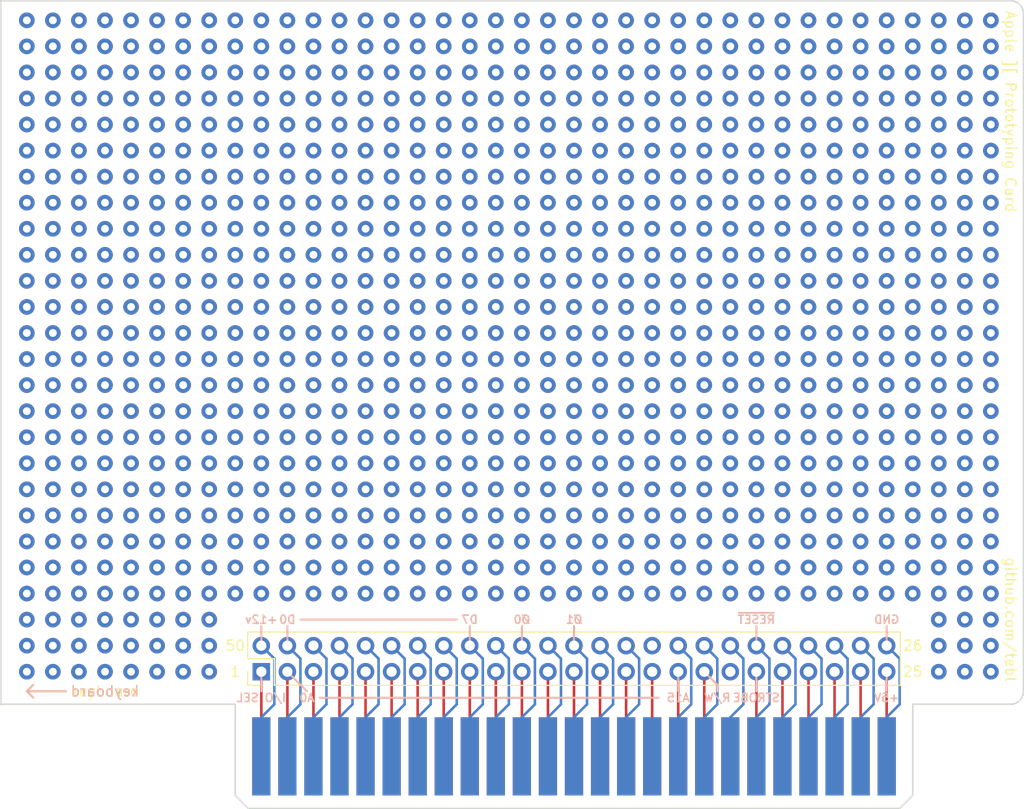
<source format=kicad_pcb>
(kicad_pcb (version 4) (host pcbnew 4.0.7)

  (general
    (links 48)
    (no_connects 0)
    (area 163.119999 63.424999 262.965001 142.315001)
    (thickness 1.6)
    (drawings 56)
    (tracks 120)
    (zones 0)
    (modules 40)
    (nets 49)
  )

  (page A4)
  (layers
    (0 F.Cu signal)
    (31 B.Cu signal)
    (32 B.Adhes user)
    (33 F.Adhes user)
    (34 B.Paste user)
    (35 F.Paste user)
    (36 B.SilkS user)
    (37 F.SilkS user)
    (38 B.Mask user)
    (39 F.Mask user)
    (40 Dwgs.User user)
    (41 Cmts.User user)
    (42 Eco1.User user)
    (43 Eco2.User user)
    (44 Edge.Cuts user)
    (45 Margin user)
    (46 B.CrtYd user)
    (47 F.CrtYd user)
    (48 B.Fab user)
    (49 F.Fab user)
  )

  (setup
    (last_trace_width 0.25)
    (trace_clearance 0.2)
    (zone_clearance 0.508)
    (zone_45_only no)
    (trace_min 0.2)
    (segment_width 0.2)
    (edge_width 0.15)
    (via_size 0.6)
    (via_drill 0.4)
    (via_min_size 0.4)
    (via_min_drill 0.3)
    (uvia_size 0.3)
    (uvia_drill 0.1)
    (uvias_allowed no)
    (uvia_min_size 0.2)
    (uvia_min_drill 0.1)
    (pcb_text_width 0.3)
    (pcb_text_size 1.5 1.5)
    (mod_edge_width 0.15)
    (mod_text_size 1 1)
    (mod_text_width 0.15)
    (pad_size 1.524 1.524)
    (pad_drill 0.762)
    (pad_to_mask_clearance 0.2)
    (aux_axis_origin 0 0)
    (visible_elements 7FFFFF7F)
    (pcbplotparams
      (layerselection 0x00030_80000001)
      (usegerberextensions false)
      (excludeedgelayer true)
      (linewidth 0.100000)
      (plotframeref false)
      (viasonmask false)
      (mode 1)
      (useauxorigin false)
      (hpglpennumber 1)
      (hpglpenspeed 20)
      (hpglpendiameter 15)
      (hpglpenoverlay 2)
      (psnegative false)
      (psa4output false)
      (plotreference true)
      (plotvalue true)
      (plotinvisibletext false)
      (padsonsilk false)
      (subtractmaskfromsilk false)
      (outputformat 1)
      (mirror false)
      (drillshape 1)
      (scaleselection 1)
      (outputdirectory ""))
  )

  (net 0 "")
  (net 1 /~I/O_SEL)
  (net 2 /A0)
  (net 3 /A1)
  (net 4 /A2)
  (net 5 /A3)
  (net 6 /A4)
  (net 7 /A5)
  (net 8 /A6)
  (net 9 /A7)
  (net 10 /A8)
  (net 11 /A9)
  (net 12 /A10)
  (net 13 /A11)
  (net 14 /A12)
  (net 15 /A13)
  (net 16 /A14)
  (net 17 /A15)
  (net 18 /R/~W)
  (net 19 /~STROBE)
  (net 20 /RDY)
  (net 21 /~DMA)
  (net 22 /INT_OUT)
  (net 23 /DMA_OUT)
  (net 24 /+5V)
  (net 25 /+12V)
  (net 26 /D0)
  (net 27 /D1)
  (net 28 /D2)
  (net 29 /D3)
  (net 30 /D4)
  (net 31 /D5)
  (net 32 /D6)
  (net 33 /D7)
  (net 34 /~DEVSEL)
  (net 35 /Phi0)
  (net 36 /~M2SEL)
  (net 37 /Phi1)
  (net 38 /Q3)
  (net 39 /7M)
  (net 40 /-5V)
  (net 41 /-12V)
  (net 42 /~INH)
  (net 43 /~RES)
  (net 44 /~IRQ)
  (net 45 /~NMI)
  (net 46 /INT_IN)
  (net 47 /DMA_IN)
  (net 48 /GND)

  (net_class Default "This is the default net class."
    (clearance 0.2)
    (trace_width 0.25)
    (via_dia 0.6)
    (via_drill 0.4)
    (uvia_dia 0.3)
    (uvia_drill 0.1)
    (add_net /+12V)
    (add_net /+5V)
    (add_net /-12V)
    (add_net /-5V)
    (add_net /7M)
    (add_net /A0)
    (add_net /A1)
    (add_net /A10)
    (add_net /A11)
    (add_net /A12)
    (add_net /A13)
    (add_net /A14)
    (add_net /A15)
    (add_net /A2)
    (add_net /A3)
    (add_net /A4)
    (add_net /A5)
    (add_net /A6)
    (add_net /A7)
    (add_net /A8)
    (add_net /A9)
    (add_net /D0)
    (add_net /D1)
    (add_net /D2)
    (add_net /D3)
    (add_net /D4)
    (add_net /D5)
    (add_net /D6)
    (add_net /D7)
    (add_net /DMA_IN)
    (add_net /DMA_OUT)
    (add_net /GND)
    (add_net /INT_IN)
    (add_net /INT_OUT)
    (add_net /Phi0)
    (add_net /Phi1)
    (add_net /Q3)
    (add_net /R/~W)
    (add_net /RDY)
    (add_net /~DEVSEL)
    (add_net /~DMA)
    (add_net /~I/O_SEL)
    (add_net /~INH)
    (add_net /~IRQ)
    (add_net /~M2SEL)
    (add_net /~NMI)
    (add_net /~RES)
    (add_net /~STROBE)
  )

  (module Prototype:prototype_26 (layer F.Cu) (tedit 5D5C5DD7) (tstamp 5D5C5F13)
    (at 165.735 128.905)
    (path /5D5C9F91)
    (fp_text reference P1 (at 0 5.08) (layer F.Fab) hide
      (effects (font (size 1 1) (thickness 0.15)))
    )
    (fp_text value Prototype_26 (at 0 2.54) (layer F.Fab) hide
      (effects (font (size 1 1) (thickness 0.15)))
    )
    (pad 1 thru_hole circle (at 0 0) (size 1.524 1.524) (drill 0.762) (layers *.Cu *.Mask))
    (pad 2 thru_hole circle (at 0 -2.54) (size 1.524 1.524) (drill 0.762) (layers *.Cu *.Mask))
    (pad 3 thru_hole circle (at 0 -5.08) (size 1.524 1.524) (drill 0.762) (layers *.Cu *.Mask))
    (pad 4 thru_hole circle (at 0 -7.62) (size 1.524 1.524) (drill 0.762) (layers *.Cu *.Mask))
    (pad 5 thru_hole circle (at 0 -10.16) (size 1.524 1.524) (drill 0.762) (layers *.Cu *.Mask))
    (pad 6 thru_hole circle (at 0 -12.7) (size 1.524 1.524) (drill 0.762) (layers *.Cu *.Mask))
    (pad 7 thru_hole circle (at 0 -15.24) (size 1.524 1.524) (drill 0.762) (layers *.Cu *.Mask))
    (pad 8 thru_hole circle (at 0 -17.78) (size 1.524 1.524) (drill 0.762) (layers *.Cu *.Mask))
    (pad 9 thru_hole circle (at 0 -20.32) (size 1.524 1.524) (drill 0.762) (layers *.Cu *.Mask))
    (pad 10 thru_hole circle (at 0 -22.86) (size 1.524 1.524) (drill 0.762) (layers *.Cu *.Mask))
    (pad 11 thru_hole circle (at 0 -25.4) (size 1.524 1.524) (drill 0.762) (layers *.Cu *.Mask))
    (pad 12 thru_hole circle (at 0 -27.94) (size 1.524 1.524) (drill 0.762) (layers *.Cu *.Mask))
    (pad 13 thru_hole circle (at 0 -30.48) (size 1.524 1.524) (drill 0.762) (layers *.Cu *.Mask))
    (pad 14 thru_hole circle (at 0 -33.02) (size 1.524 1.524) (drill 0.762) (layers *.Cu *.Mask))
    (pad 15 thru_hole circle (at 0 -35.56) (size 1.524 1.524) (drill 0.762) (layers *.Cu *.Mask))
    (pad 16 thru_hole circle (at 0 -38.1) (size 1.524 1.524) (drill 0.762) (layers *.Cu *.Mask))
    (pad 17 thru_hole circle (at 0 -40.64) (size 1.524 1.524) (drill 0.762) (layers *.Cu *.Mask))
    (pad 18 thru_hole circle (at 0 -43.18) (size 1.524 1.524) (drill 0.762) (layers *.Cu *.Mask))
    (pad 19 thru_hole circle (at 0 -45.72) (size 1.524 1.524) (drill 0.762) (layers *.Cu *.Mask))
    (pad 20 thru_hole circle (at 0 -48.26) (size 1.524 1.524) (drill 0.762) (layers *.Cu *.Mask))
    (pad 21 thru_hole circle (at 0 -50.8) (size 1.524 1.524) (drill 0.762) (layers *.Cu *.Mask))
    (pad 22 thru_hole circle (at 0 -53.34) (size 1.524 1.524) (drill 0.762) (layers *.Cu *.Mask))
    (pad 23 thru_hole circle (at 0 -55.88) (size 1.524 1.524) (drill 0.762) (layers *.Cu *.Mask))
    (pad 24 thru_hole circle (at 0 -58.42) (size 1.524 1.524) (drill 0.762) (layers *.Cu *.Mask))
    (pad 25 thru_hole circle (at 0 -60.96) (size 1.524 1.524) (drill 0.762) (layers *.Cu *.Mask))
    (pad 26 thru_hole circle (at 0 -63.5) (size 1.524 1.524) (drill 0.762) (layers *.Cu *.Mask))
  )

  (module Prototype:prototype_26 (layer F.Cu) (tedit 5D5C5DD7) (tstamp 5D5C5FE1)
    (at 170.815 128.905)
    (path /5D5CA892)
    (fp_text reference P3 (at 0 5.08) (layer F.Fab) hide
      (effects (font (size 1 1) (thickness 0.15)))
    )
    (fp_text value Prototype_26 (at 0 2.54) (layer F.Fab) hide
      (effects (font (size 1 1) (thickness 0.15)))
    )
    (pad 1 thru_hole circle (at 0 0) (size 1.524 1.524) (drill 0.762) (layers *.Cu *.Mask))
    (pad 2 thru_hole circle (at 0 -2.54) (size 1.524 1.524) (drill 0.762) (layers *.Cu *.Mask))
    (pad 3 thru_hole circle (at 0 -5.08) (size 1.524 1.524) (drill 0.762) (layers *.Cu *.Mask))
    (pad 4 thru_hole circle (at 0 -7.62) (size 1.524 1.524) (drill 0.762) (layers *.Cu *.Mask))
    (pad 5 thru_hole circle (at 0 -10.16) (size 1.524 1.524) (drill 0.762) (layers *.Cu *.Mask))
    (pad 6 thru_hole circle (at 0 -12.7) (size 1.524 1.524) (drill 0.762) (layers *.Cu *.Mask))
    (pad 7 thru_hole circle (at 0 -15.24) (size 1.524 1.524) (drill 0.762) (layers *.Cu *.Mask))
    (pad 8 thru_hole circle (at 0 -17.78) (size 1.524 1.524) (drill 0.762) (layers *.Cu *.Mask))
    (pad 9 thru_hole circle (at 0 -20.32) (size 1.524 1.524) (drill 0.762) (layers *.Cu *.Mask))
    (pad 10 thru_hole circle (at 0 -22.86) (size 1.524 1.524) (drill 0.762) (layers *.Cu *.Mask))
    (pad 11 thru_hole circle (at 0 -25.4) (size 1.524 1.524) (drill 0.762) (layers *.Cu *.Mask))
    (pad 12 thru_hole circle (at 0 -27.94) (size 1.524 1.524) (drill 0.762) (layers *.Cu *.Mask))
    (pad 13 thru_hole circle (at 0 -30.48) (size 1.524 1.524) (drill 0.762) (layers *.Cu *.Mask))
    (pad 14 thru_hole circle (at 0 -33.02) (size 1.524 1.524) (drill 0.762) (layers *.Cu *.Mask))
    (pad 15 thru_hole circle (at 0 -35.56) (size 1.524 1.524) (drill 0.762) (layers *.Cu *.Mask))
    (pad 16 thru_hole circle (at 0 -38.1) (size 1.524 1.524) (drill 0.762) (layers *.Cu *.Mask))
    (pad 17 thru_hole circle (at 0 -40.64) (size 1.524 1.524) (drill 0.762) (layers *.Cu *.Mask))
    (pad 18 thru_hole circle (at 0 -43.18) (size 1.524 1.524) (drill 0.762) (layers *.Cu *.Mask))
    (pad 19 thru_hole circle (at 0 -45.72) (size 1.524 1.524) (drill 0.762) (layers *.Cu *.Mask))
    (pad 20 thru_hole circle (at 0 -48.26) (size 1.524 1.524) (drill 0.762) (layers *.Cu *.Mask))
    (pad 21 thru_hole circle (at 0 -50.8) (size 1.524 1.524) (drill 0.762) (layers *.Cu *.Mask))
    (pad 22 thru_hole circle (at 0 -53.34) (size 1.524 1.524) (drill 0.762) (layers *.Cu *.Mask))
    (pad 23 thru_hole circle (at 0 -55.88) (size 1.524 1.524) (drill 0.762) (layers *.Cu *.Mask))
    (pad 24 thru_hole circle (at 0 -58.42) (size 1.524 1.524) (drill 0.762) (layers *.Cu *.Mask))
    (pad 25 thru_hole circle (at 0 -60.96) (size 1.524 1.524) (drill 0.762) (layers *.Cu *.Mask))
    (pad 26 thru_hole circle (at 0 -63.5) (size 1.524 1.524) (drill 0.762) (layers *.Cu *.Mask))
  )

  (module Prototype:prototype_26 (layer F.Cu) (tedit 5D5C5DD7) (tstamp 5D5C5FFF)
    (at 173.355 128.905)
    (path /5D5CA8A3)
    (fp_text reference P4 (at 0 5.08) (layer F.Fab) hide
      (effects (font (size 1 1) (thickness 0.15)))
    )
    (fp_text value Prototype_26 (at 0 2.54) (layer F.Fab) hide
      (effects (font (size 1 1) (thickness 0.15)))
    )
    (pad 1 thru_hole circle (at 0 0) (size 1.524 1.524) (drill 0.762) (layers *.Cu *.Mask))
    (pad 2 thru_hole circle (at 0 -2.54) (size 1.524 1.524) (drill 0.762) (layers *.Cu *.Mask))
    (pad 3 thru_hole circle (at 0 -5.08) (size 1.524 1.524) (drill 0.762) (layers *.Cu *.Mask))
    (pad 4 thru_hole circle (at 0 -7.62) (size 1.524 1.524) (drill 0.762) (layers *.Cu *.Mask))
    (pad 5 thru_hole circle (at 0 -10.16) (size 1.524 1.524) (drill 0.762) (layers *.Cu *.Mask))
    (pad 6 thru_hole circle (at 0 -12.7) (size 1.524 1.524) (drill 0.762) (layers *.Cu *.Mask))
    (pad 7 thru_hole circle (at 0 -15.24) (size 1.524 1.524) (drill 0.762) (layers *.Cu *.Mask))
    (pad 8 thru_hole circle (at 0 -17.78) (size 1.524 1.524) (drill 0.762) (layers *.Cu *.Mask))
    (pad 9 thru_hole circle (at 0 -20.32) (size 1.524 1.524) (drill 0.762) (layers *.Cu *.Mask))
    (pad 10 thru_hole circle (at 0 -22.86) (size 1.524 1.524) (drill 0.762) (layers *.Cu *.Mask))
    (pad 11 thru_hole circle (at 0 -25.4) (size 1.524 1.524) (drill 0.762) (layers *.Cu *.Mask))
    (pad 12 thru_hole circle (at 0 -27.94) (size 1.524 1.524) (drill 0.762) (layers *.Cu *.Mask))
    (pad 13 thru_hole circle (at 0 -30.48) (size 1.524 1.524) (drill 0.762) (layers *.Cu *.Mask))
    (pad 14 thru_hole circle (at 0 -33.02) (size 1.524 1.524) (drill 0.762) (layers *.Cu *.Mask))
    (pad 15 thru_hole circle (at 0 -35.56) (size 1.524 1.524) (drill 0.762) (layers *.Cu *.Mask))
    (pad 16 thru_hole circle (at 0 -38.1) (size 1.524 1.524) (drill 0.762) (layers *.Cu *.Mask))
    (pad 17 thru_hole circle (at 0 -40.64) (size 1.524 1.524) (drill 0.762) (layers *.Cu *.Mask))
    (pad 18 thru_hole circle (at 0 -43.18) (size 1.524 1.524) (drill 0.762) (layers *.Cu *.Mask))
    (pad 19 thru_hole circle (at 0 -45.72) (size 1.524 1.524) (drill 0.762) (layers *.Cu *.Mask))
    (pad 20 thru_hole circle (at 0 -48.26) (size 1.524 1.524) (drill 0.762) (layers *.Cu *.Mask))
    (pad 21 thru_hole circle (at 0 -50.8) (size 1.524 1.524) (drill 0.762) (layers *.Cu *.Mask))
    (pad 22 thru_hole circle (at 0 -53.34) (size 1.524 1.524) (drill 0.762) (layers *.Cu *.Mask))
    (pad 23 thru_hole circle (at 0 -55.88) (size 1.524 1.524) (drill 0.762) (layers *.Cu *.Mask))
    (pad 24 thru_hole circle (at 0 -58.42) (size 1.524 1.524) (drill 0.762) (layers *.Cu *.Mask))
    (pad 25 thru_hole circle (at 0 -60.96) (size 1.524 1.524) (drill 0.762) (layers *.Cu *.Mask))
    (pad 26 thru_hole circle (at 0 -63.5) (size 1.524 1.524) (drill 0.762) (layers *.Cu *.Mask))
  )

  (module Prototype:prototype_26 (layer F.Cu) (tedit 5D5C5DD7) (tstamp 5D5C6233)
    (at 168.275 128.905)
    (path /5D5CA881)
    (fp_text reference P2 (at 0 5.08) (layer F.Fab) hide
      (effects (font (size 1 1) (thickness 0.15)))
    )
    (fp_text value Prototype_26 (at 0 2.54) (layer F.Fab) hide
      (effects (font (size 1 1) (thickness 0.15)))
    )
    (pad 1 thru_hole circle (at 0 0) (size 1.524 1.524) (drill 0.762) (layers *.Cu *.Mask))
    (pad 2 thru_hole circle (at 0 -2.54) (size 1.524 1.524) (drill 0.762) (layers *.Cu *.Mask))
    (pad 3 thru_hole circle (at 0 -5.08) (size 1.524 1.524) (drill 0.762) (layers *.Cu *.Mask))
    (pad 4 thru_hole circle (at 0 -7.62) (size 1.524 1.524) (drill 0.762) (layers *.Cu *.Mask))
    (pad 5 thru_hole circle (at 0 -10.16) (size 1.524 1.524) (drill 0.762) (layers *.Cu *.Mask))
    (pad 6 thru_hole circle (at 0 -12.7) (size 1.524 1.524) (drill 0.762) (layers *.Cu *.Mask))
    (pad 7 thru_hole circle (at 0 -15.24) (size 1.524 1.524) (drill 0.762) (layers *.Cu *.Mask))
    (pad 8 thru_hole circle (at 0 -17.78) (size 1.524 1.524) (drill 0.762) (layers *.Cu *.Mask))
    (pad 9 thru_hole circle (at 0 -20.32) (size 1.524 1.524) (drill 0.762) (layers *.Cu *.Mask))
    (pad 10 thru_hole circle (at 0 -22.86) (size 1.524 1.524) (drill 0.762) (layers *.Cu *.Mask))
    (pad 11 thru_hole circle (at 0 -25.4) (size 1.524 1.524) (drill 0.762) (layers *.Cu *.Mask))
    (pad 12 thru_hole circle (at 0 -27.94) (size 1.524 1.524) (drill 0.762) (layers *.Cu *.Mask))
    (pad 13 thru_hole circle (at 0 -30.48) (size 1.524 1.524) (drill 0.762) (layers *.Cu *.Mask))
    (pad 14 thru_hole circle (at 0 -33.02) (size 1.524 1.524) (drill 0.762) (layers *.Cu *.Mask))
    (pad 15 thru_hole circle (at 0 -35.56) (size 1.524 1.524) (drill 0.762) (layers *.Cu *.Mask))
    (pad 16 thru_hole circle (at 0 -38.1) (size 1.524 1.524) (drill 0.762) (layers *.Cu *.Mask))
    (pad 17 thru_hole circle (at 0 -40.64) (size 1.524 1.524) (drill 0.762) (layers *.Cu *.Mask))
    (pad 18 thru_hole circle (at 0 -43.18) (size 1.524 1.524) (drill 0.762) (layers *.Cu *.Mask))
    (pad 19 thru_hole circle (at 0 -45.72) (size 1.524 1.524) (drill 0.762) (layers *.Cu *.Mask))
    (pad 20 thru_hole circle (at 0 -48.26) (size 1.524 1.524) (drill 0.762) (layers *.Cu *.Mask))
    (pad 21 thru_hole circle (at 0 -50.8) (size 1.524 1.524) (drill 0.762) (layers *.Cu *.Mask))
    (pad 22 thru_hole circle (at 0 -53.34) (size 1.524 1.524) (drill 0.762) (layers *.Cu *.Mask))
    (pad 23 thru_hole circle (at 0 -55.88) (size 1.524 1.524) (drill 0.762) (layers *.Cu *.Mask))
    (pad 24 thru_hole circle (at 0 -58.42) (size 1.524 1.524) (drill 0.762) (layers *.Cu *.Mask))
    (pad 25 thru_hole circle (at 0 -60.96) (size 1.524 1.524) (drill 0.762) (layers *.Cu *.Mask))
    (pad 26 thru_hole circle (at 0 -63.5) (size 1.524 1.524) (drill 0.762) (layers *.Cu *.Mask))
  )

  (module Prototype:prototype_26 (layer F.Cu) (tedit 5D5C5DD7) (tstamp 5D5C626D)
    (at 175.895 128.905)
    (path /5D5CA8B4)
    (fp_text reference P5 (at 0 5.08) (layer F.Fab) hide
      (effects (font (size 1 1) (thickness 0.15)))
    )
    (fp_text value Prototype_26 (at 0 2.54) (layer F.Fab) hide
      (effects (font (size 1 1) (thickness 0.15)))
    )
    (pad 1 thru_hole circle (at 0 0) (size 1.524 1.524) (drill 0.762) (layers *.Cu *.Mask))
    (pad 2 thru_hole circle (at 0 -2.54) (size 1.524 1.524) (drill 0.762) (layers *.Cu *.Mask))
    (pad 3 thru_hole circle (at 0 -5.08) (size 1.524 1.524) (drill 0.762) (layers *.Cu *.Mask))
    (pad 4 thru_hole circle (at 0 -7.62) (size 1.524 1.524) (drill 0.762) (layers *.Cu *.Mask))
    (pad 5 thru_hole circle (at 0 -10.16) (size 1.524 1.524) (drill 0.762) (layers *.Cu *.Mask))
    (pad 6 thru_hole circle (at 0 -12.7) (size 1.524 1.524) (drill 0.762) (layers *.Cu *.Mask))
    (pad 7 thru_hole circle (at 0 -15.24) (size 1.524 1.524) (drill 0.762) (layers *.Cu *.Mask))
    (pad 8 thru_hole circle (at 0 -17.78) (size 1.524 1.524) (drill 0.762) (layers *.Cu *.Mask))
    (pad 9 thru_hole circle (at 0 -20.32) (size 1.524 1.524) (drill 0.762) (layers *.Cu *.Mask))
    (pad 10 thru_hole circle (at 0 -22.86) (size 1.524 1.524) (drill 0.762) (layers *.Cu *.Mask))
    (pad 11 thru_hole circle (at 0 -25.4) (size 1.524 1.524) (drill 0.762) (layers *.Cu *.Mask))
    (pad 12 thru_hole circle (at 0 -27.94) (size 1.524 1.524) (drill 0.762) (layers *.Cu *.Mask))
    (pad 13 thru_hole circle (at 0 -30.48) (size 1.524 1.524) (drill 0.762) (layers *.Cu *.Mask))
    (pad 14 thru_hole circle (at 0 -33.02) (size 1.524 1.524) (drill 0.762) (layers *.Cu *.Mask))
    (pad 15 thru_hole circle (at 0 -35.56) (size 1.524 1.524) (drill 0.762) (layers *.Cu *.Mask))
    (pad 16 thru_hole circle (at 0 -38.1) (size 1.524 1.524) (drill 0.762) (layers *.Cu *.Mask))
    (pad 17 thru_hole circle (at 0 -40.64) (size 1.524 1.524) (drill 0.762) (layers *.Cu *.Mask))
    (pad 18 thru_hole circle (at 0 -43.18) (size 1.524 1.524) (drill 0.762) (layers *.Cu *.Mask))
    (pad 19 thru_hole circle (at 0 -45.72) (size 1.524 1.524) (drill 0.762) (layers *.Cu *.Mask))
    (pad 20 thru_hole circle (at 0 -48.26) (size 1.524 1.524) (drill 0.762) (layers *.Cu *.Mask))
    (pad 21 thru_hole circle (at 0 -50.8) (size 1.524 1.524) (drill 0.762) (layers *.Cu *.Mask))
    (pad 22 thru_hole circle (at 0 -53.34) (size 1.524 1.524) (drill 0.762) (layers *.Cu *.Mask))
    (pad 23 thru_hole circle (at 0 -55.88) (size 1.524 1.524) (drill 0.762) (layers *.Cu *.Mask))
    (pad 24 thru_hole circle (at 0 -58.42) (size 1.524 1.524) (drill 0.762) (layers *.Cu *.Mask))
    (pad 25 thru_hole circle (at 0 -60.96) (size 1.524 1.524) (drill 0.762) (layers *.Cu *.Mask))
    (pad 26 thru_hole circle (at 0 -63.5) (size 1.524 1.524) (drill 0.762) (layers *.Cu *.Mask))
  )

  (module Prototype:prototype_26 (layer F.Cu) (tedit 5D5C5DD7) (tstamp 5D5C628B)
    (at 178.435 128.905)
    (path /5D5CA8C5)
    (fp_text reference P6 (at 0 5.08) (layer F.Fab) hide
      (effects (font (size 1 1) (thickness 0.15)))
    )
    (fp_text value Prototype_26 (at 0 2.54) (layer F.Fab) hide
      (effects (font (size 1 1) (thickness 0.15)))
    )
    (pad 1 thru_hole circle (at 0 0) (size 1.524 1.524) (drill 0.762) (layers *.Cu *.Mask))
    (pad 2 thru_hole circle (at 0 -2.54) (size 1.524 1.524) (drill 0.762) (layers *.Cu *.Mask))
    (pad 3 thru_hole circle (at 0 -5.08) (size 1.524 1.524) (drill 0.762) (layers *.Cu *.Mask))
    (pad 4 thru_hole circle (at 0 -7.62) (size 1.524 1.524) (drill 0.762) (layers *.Cu *.Mask))
    (pad 5 thru_hole circle (at 0 -10.16) (size 1.524 1.524) (drill 0.762) (layers *.Cu *.Mask))
    (pad 6 thru_hole circle (at 0 -12.7) (size 1.524 1.524) (drill 0.762) (layers *.Cu *.Mask))
    (pad 7 thru_hole circle (at 0 -15.24) (size 1.524 1.524) (drill 0.762) (layers *.Cu *.Mask))
    (pad 8 thru_hole circle (at 0 -17.78) (size 1.524 1.524) (drill 0.762) (layers *.Cu *.Mask))
    (pad 9 thru_hole circle (at 0 -20.32) (size 1.524 1.524) (drill 0.762) (layers *.Cu *.Mask))
    (pad 10 thru_hole circle (at 0 -22.86) (size 1.524 1.524) (drill 0.762) (layers *.Cu *.Mask))
    (pad 11 thru_hole circle (at 0 -25.4) (size 1.524 1.524) (drill 0.762) (layers *.Cu *.Mask))
    (pad 12 thru_hole circle (at 0 -27.94) (size 1.524 1.524) (drill 0.762) (layers *.Cu *.Mask))
    (pad 13 thru_hole circle (at 0 -30.48) (size 1.524 1.524) (drill 0.762) (layers *.Cu *.Mask))
    (pad 14 thru_hole circle (at 0 -33.02) (size 1.524 1.524) (drill 0.762) (layers *.Cu *.Mask))
    (pad 15 thru_hole circle (at 0 -35.56) (size 1.524 1.524) (drill 0.762) (layers *.Cu *.Mask))
    (pad 16 thru_hole circle (at 0 -38.1) (size 1.524 1.524) (drill 0.762) (layers *.Cu *.Mask))
    (pad 17 thru_hole circle (at 0 -40.64) (size 1.524 1.524) (drill 0.762) (layers *.Cu *.Mask))
    (pad 18 thru_hole circle (at 0 -43.18) (size 1.524 1.524) (drill 0.762) (layers *.Cu *.Mask))
    (pad 19 thru_hole circle (at 0 -45.72) (size 1.524 1.524) (drill 0.762) (layers *.Cu *.Mask))
    (pad 20 thru_hole circle (at 0 -48.26) (size 1.524 1.524) (drill 0.762) (layers *.Cu *.Mask))
    (pad 21 thru_hole circle (at 0 -50.8) (size 1.524 1.524) (drill 0.762) (layers *.Cu *.Mask))
    (pad 22 thru_hole circle (at 0 -53.34) (size 1.524 1.524) (drill 0.762) (layers *.Cu *.Mask))
    (pad 23 thru_hole circle (at 0 -55.88) (size 1.524 1.524) (drill 0.762) (layers *.Cu *.Mask))
    (pad 24 thru_hole circle (at 0 -58.42) (size 1.524 1.524) (drill 0.762) (layers *.Cu *.Mask))
    (pad 25 thru_hole circle (at 0 -60.96) (size 1.524 1.524) (drill 0.762) (layers *.Cu *.Mask))
    (pad 26 thru_hole circle (at 0 -63.5) (size 1.524 1.524) (drill 0.762) (layers *.Cu *.Mask))
  )

  (module Prototype:prototype_26 (layer F.Cu) (tedit 5D5C5DD7) (tstamp 5D5C62A9)
    (at 180.975 128.905)
    (path /5D5CA8D6)
    (fp_text reference P7 (at 0 5.08) (layer F.Fab) hide
      (effects (font (size 1 1) (thickness 0.15)))
    )
    (fp_text value Prototype_26 (at 0 2.54) (layer F.Fab) hide
      (effects (font (size 1 1) (thickness 0.15)))
    )
    (pad 1 thru_hole circle (at 0 0) (size 1.524 1.524) (drill 0.762) (layers *.Cu *.Mask))
    (pad 2 thru_hole circle (at 0 -2.54) (size 1.524 1.524) (drill 0.762) (layers *.Cu *.Mask))
    (pad 3 thru_hole circle (at 0 -5.08) (size 1.524 1.524) (drill 0.762) (layers *.Cu *.Mask))
    (pad 4 thru_hole circle (at 0 -7.62) (size 1.524 1.524) (drill 0.762) (layers *.Cu *.Mask))
    (pad 5 thru_hole circle (at 0 -10.16) (size 1.524 1.524) (drill 0.762) (layers *.Cu *.Mask))
    (pad 6 thru_hole circle (at 0 -12.7) (size 1.524 1.524) (drill 0.762) (layers *.Cu *.Mask))
    (pad 7 thru_hole circle (at 0 -15.24) (size 1.524 1.524) (drill 0.762) (layers *.Cu *.Mask))
    (pad 8 thru_hole circle (at 0 -17.78) (size 1.524 1.524) (drill 0.762) (layers *.Cu *.Mask))
    (pad 9 thru_hole circle (at 0 -20.32) (size 1.524 1.524) (drill 0.762) (layers *.Cu *.Mask))
    (pad 10 thru_hole circle (at 0 -22.86) (size 1.524 1.524) (drill 0.762) (layers *.Cu *.Mask))
    (pad 11 thru_hole circle (at 0 -25.4) (size 1.524 1.524) (drill 0.762) (layers *.Cu *.Mask))
    (pad 12 thru_hole circle (at 0 -27.94) (size 1.524 1.524) (drill 0.762) (layers *.Cu *.Mask))
    (pad 13 thru_hole circle (at 0 -30.48) (size 1.524 1.524) (drill 0.762) (layers *.Cu *.Mask))
    (pad 14 thru_hole circle (at 0 -33.02) (size 1.524 1.524) (drill 0.762) (layers *.Cu *.Mask))
    (pad 15 thru_hole circle (at 0 -35.56) (size 1.524 1.524) (drill 0.762) (layers *.Cu *.Mask))
    (pad 16 thru_hole circle (at 0 -38.1) (size 1.524 1.524) (drill 0.762) (layers *.Cu *.Mask))
    (pad 17 thru_hole circle (at 0 -40.64) (size 1.524 1.524) (drill 0.762) (layers *.Cu *.Mask))
    (pad 18 thru_hole circle (at 0 -43.18) (size 1.524 1.524) (drill 0.762) (layers *.Cu *.Mask))
    (pad 19 thru_hole circle (at 0 -45.72) (size 1.524 1.524) (drill 0.762) (layers *.Cu *.Mask))
    (pad 20 thru_hole circle (at 0 -48.26) (size 1.524 1.524) (drill 0.762) (layers *.Cu *.Mask))
    (pad 21 thru_hole circle (at 0 -50.8) (size 1.524 1.524) (drill 0.762) (layers *.Cu *.Mask))
    (pad 22 thru_hole circle (at 0 -53.34) (size 1.524 1.524) (drill 0.762) (layers *.Cu *.Mask))
    (pad 23 thru_hole circle (at 0 -55.88) (size 1.524 1.524) (drill 0.762) (layers *.Cu *.Mask))
    (pad 24 thru_hole circle (at 0 -58.42) (size 1.524 1.524) (drill 0.762) (layers *.Cu *.Mask))
    (pad 25 thru_hole circle (at 0 -60.96) (size 1.524 1.524) (drill 0.762) (layers *.Cu *.Mask))
    (pad 26 thru_hole circle (at 0 -63.5) (size 1.524 1.524) (drill 0.762) (layers *.Cu *.Mask))
  )

  (module Prototype:prototype_26 (layer F.Cu) (tedit 5D5C5DD7) (tstamp 5D5C63F3)
    (at 183.515 128.905)
    (path /5D5CAAB8)
    (fp_text reference P8 (at 0 5.08) (layer F.Fab) hide
      (effects (font (size 1 1) (thickness 0.15)))
    )
    (fp_text value Prototype_26 (at 0 2.54) (layer F.Fab) hide
      (effects (font (size 1 1) (thickness 0.15)))
    )
    (pad 1 thru_hole circle (at 0 0) (size 1.524 1.524) (drill 0.762) (layers *.Cu *.Mask))
    (pad 2 thru_hole circle (at 0 -2.54) (size 1.524 1.524) (drill 0.762) (layers *.Cu *.Mask))
    (pad 3 thru_hole circle (at 0 -5.08) (size 1.524 1.524) (drill 0.762) (layers *.Cu *.Mask))
    (pad 4 thru_hole circle (at 0 -7.62) (size 1.524 1.524) (drill 0.762) (layers *.Cu *.Mask))
    (pad 5 thru_hole circle (at 0 -10.16) (size 1.524 1.524) (drill 0.762) (layers *.Cu *.Mask))
    (pad 6 thru_hole circle (at 0 -12.7) (size 1.524 1.524) (drill 0.762) (layers *.Cu *.Mask))
    (pad 7 thru_hole circle (at 0 -15.24) (size 1.524 1.524) (drill 0.762) (layers *.Cu *.Mask))
    (pad 8 thru_hole circle (at 0 -17.78) (size 1.524 1.524) (drill 0.762) (layers *.Cu *.Mask))
    (pad 9 thru_hole circle (at 0 -20.32) (size 1.524 1.524) (drill 0.762) (layers *.Cu *.Mask))
    (pad 10 thru_hole circle (at 0 -22.86) (size 1.524 1.524) (drill 0.762) (layers *.Cu *.Mask))
    (pad 11 thru_hole circle (at 0 -25.4) (size 1.524 1.524) (drill 0.762) (layers *.Cu *.Mask))
    (pad 12 thru_hole circle (at 0 -27.94) (size 1.524 1.524) (drill 0.762) (layers *.Cu *.Mask))
    (pad 13 thru_hole circle (at 0 -30.48) (size 1.524 1.524) (drill 0.762) (layers *.Cu *.Mask))
    (pad 14 thru_hole circle (at 0 -33.02) (size 1.524 1.524) (drill 0.762) (layers *.Cu *.Mask))
    (pad 15 thru_hole circle (at 0 -35.56) (size 1.524 1.524) (drill 0.762) (layers *.Cu *.Mask))
    (pad 16 thru_hole circle (at 0 -38.1) (size 1.524 1.524) (drill 0.762) (layers *.Cu *.Mask))
    (pad 17 thru_hole circle (at 0 -40.64) (size 1.524 1.524) (drill 0.762) (layers *.Cu *.Mask))
    (pad 18 thru_hole circle (at 0 -43.18) (size 1.524 1.524) (drill 0.762) (layers *.Cu *.Mask))
    (pad 19 thru_hole circle (at 0 -45.72) (size 1.524 1.524) (drill 0.762) (layers *.Cu *.Mask))
    (pad 20 thru_hole circle (at 0 -48.26) (size 1.524 1.524) (drill 0.762) (layers *.Cu *.Mask))
    (pad 21 thru_hole circle (at 0 -50.8) (size 1.524 1.524) (drill 0.762) (layers *.Cu *.Mask))
    (pad 22 thru_hole circle (at 0 -53.34) (size 1.524 1.524) (drill 0.762) (layers *.Cu *.Mask))
    (pad 23 thru_hole circle (at 0 -55.88) (size 1.524 1.524) (drill 0.762) (layers *.Cu *.Mask))
    (pad 24 thru_hole circle (at 0 -58.42) (size 1.524 1.524) (drill 0.762) (layers *.Cu *.Mask))
    (pad 25 thru_hole circle (at 0 -60.96) (size 1.524 1.524) (drill 0.762) (layers *.Cu *.Mask))
    (pad 26 thru_hole circle (at 0 -63.5) (size 1.524 1.524) (drill 0.762) (layers *.Cu *.Mask))
  )

  (module Prototype:prototype_23 (layer F.Cu) (tedit 5D5C5FFC) (tstamp 5D5C66CA)
    (at 186.055 121.285)
    (path /5D5CB287)
    (fp_text reference P9 (at 0 5.08) (layer F.Fab) hide
      (effects (font (size 1 1) (thickness 0.15)))
    )
    (fp_text value Prototype_23 (at 0 2.54) (layer F.Fab) hide
      (effects (font (size 1 1) (thickness 0.15)))
    )
    (pad 1 thru_hole circle (at 0 0) (size 1.524 1.524) (drill 0.762) (layers *.Cu *.Mask))
    (pad 2 thru_hole circle (at 0 -2.54) (size 1.524 1.524) (drill 0.762) (layers *.Cu *.Mask))
    (pad 3 thru_hole circle (at 0 -5.08) (size 1.524 1.524) (drill 0.762) (layers *.Cu *.Mask))
    (pad 4 thru_hole circle (at 0 -7.62) (size 1.524 1.524) (drill 0.762) (layers *.Cu *.Mask))
    (pad 5 thru_hole circle (at 0 -10.16) (size 1.524 1.524) (drill 0.762) (layers *.Cu *.Mask))
    (pad 6 thru_hole circle (at 0 -12.7) (size 1.524 1.524) (drill 0.762) (layers *.Cu *.Mask))
    (pad 7 thru_hole circle (at 0 -15.24) (size 1.524 1.524) (drill 0.762) (layers *.Cu *.Mask))
    (pad 8 thru_hole circle (at 0 -17.78) (size 1.524 1.524) (drill 0.762) (layers *.Cu *.Mask))
    (pad 9 thru_hole circle (at 0 -20.32) (size 1.524 1.524) (drill 0.762) (layers *.Cu *.Mask))
    (pad 10 thru_hole circle (at 0 -22.86) (size 1.524 1.524) (drill 0.762) (layers *.Cu *.Mask))
    (pad 11 thru_hole circle (at 0 -25.4) (size 1.524 1.524) (drill 0.762) (layers *.Cu *.Mask))
    (pad 12 thru_hole circle (at 0 -27.94) (size 1.524 1.524) (drill 0.762) (layers *.Cu *.Mask))
    (pad 13 thru_hole circle (at 0 -30.48) (size 1.524 1.524) (drill 0.762) (layers *.Cu *.Mask))
    (pad 14 thru_hole circle (at 0 -33.02) (size 1.524 1.524) (drill 0.762) (layers *.Cu *.Mask))
    (pad 15 thru_hole circle (at 0 -35.56) (size 1.524 1.524) (drill 0.762) (layers *.Cu *.Mask))
    (pad 16 thru_hole circle (at 0 -38.1) (size 1.524 1.524) (drill 0.762) (layers *.Cu *.Mask))
    (pad 17 thru_hole circle (at 0 -40.64) (size 1.524 1.524) (drill 0.762) (layers *.Cu *.Mask))
    (pad 18 thru_hole circle (at 0 -43.18) (size 1.524 1.524) (drill 0.762) (layers *.Cu *.Mask))
    (pad 19 thru_hole circle (at 0 -45.72) (size 1.524 1.524) (drill 0.762) (layers *.Cu *.Mask))
    (pad 20 thru_hole circle (at 0 -48.26) (size 1.524 1.524) (drill 0.762) (layers *.Cu *.Mask))
    (pad 21 thru_hole circle (at 0 -50.8) (size 1.524 1.524) (drill 0.762) (layers *.Cu *.Mask))
    (pad 22 thru_hole circle (at 0 -53.34) (size 1.524 1.524) (drill 0.762) (layers *.Cu *.Mask))
    (pad 23 thru_hole circle (at 0 -55.88) (size 1.524 1.524) (drill 0.762) (layers *.Cu *.Mask))
  )

  (module Prototype:prototype_23 (layer F.Cu) (tedit 5D5C5FFC) (tstamp 5D5C66FE)
    (at 188.595 121.285)
    (path /5D5CB2C1)
    (fp_text reference P10 (at 0 5.08) (layer F.Fab) hide
      (effects (font (size 1 1) (thickness 0.15)))
    )
    (fp_text value Prototype_23 (at 0 2.54) (layer F.Fab) hide
      (effects (font (size 1 1) (thickness 0.15)))
    )
    (pad 1 thru_hole circle (at 0 0) (size 1.524 1.524) (drill 0.762) (layers *.Cu *.Mask))
    (pad 2 thru_hole circle (at 0 -2.54) (size 1.524 1.524) (drill 0.762) (layers *.Cu *.Mask))
    (pad 3 thru_hole circle (at 0 -5.08) (size 1.524 1.524) (drill 0.762) (layers *.Cu *.Mask))
    (pad 4 thru_hole circle (at 0 -7.62) (size 1.524 1.524) (drill 0.762) (layers *.Cu *.Mask))
    (pad 5 thru_hole circle (at 0 -10.16) (size 1.524 1.524) (drill 0.762) (layers *.Cu *.Mask))
    (pad 6 thru_hole circle (at 0 -12.7) (size 1.524 1.524) (drill 0.762) (layers *.Cu *.Mask))
    (pad 7 thru_hole circle (at 0 -15.24) (size 1.524 1.524) (drill 0.762) (layers *.Cu *.Mask))
    (pad 8 thru_hole circle (at 0 -17.78) (size 1.524 1.524) (drill 0.762) (layers *.Cu *.Mask))
    (pad 9 thru_hole circle (at 0 -20.32) (size 1.524 1.524) (drill 0.762) (layers *.Cu *.Mask))
    (pad 10 thru_hole circle (at 0 -22.86) (size 1.524 1.524) (drill 0.762) (layers *.Cu *.Mask))
    (pad 11 thru_hole circle (at 0 -25.4) (size 1.524 1.524) (drill 0.762) (layers *.Cu *.Mask))
    (pad 12 thru_hole circle (at 0 -27.94) (size 1.524 1.524) (drill 0.762) (layers *.Cu *.Mask))
    (pad 13 thru_hole circle (at 0 -30.48) (size 1.524 1.524) (drill 0.762) (layers *.Cu *.Mask))
    (pad 14 thru_hole circle (at 0 -33.02) (size 1.524 1.524) (drill 0.762) (layers *.Cu *.Mask))
    (pad 15 thru_hole circle (at 0 -35.56) (size 1.524 1.524) (drill 0.762) (layers *.Cu *.Mask))
    (pad 16 thru_hole circle (at 0 -38.1) (size 1.524 1.524) (drill 0.762) (layers *.Cu *.Mask))
    (pad 17 thru_hole circle (at 0 -40.64) (size 1.524 1.524) (drill 0.762) (layers *.Cu *.Mask))
    (pad 18 thru_hole circle (at 0 -43.18) (size 1.524 1.524) (drill 0.762) (layers *.Cu *.Mask))
    (pad 19 thru_hole circle (at 0 -45.72) (size 1.524 1.524) (drill 0.762) (layers *.Cu *.Mask))
    (pad 20 thru_hole circle (at 0 -48.26) (size 1.524 1.524) (drill 0.762) (layers *.Cu *.Mask))
    (pad 21 thru_hole circle (at 0 -50.8) (size 1.524 1.524) (drill 0.762) (layers *.Cu *.Mask))
    (pad 22 thru_hole circle (at 0 -53.34) (size 1.524 1.524) (drill 0.762) (layers *.Cu *.Mask))
    (pad 23 thru_hole circle (at 0 -55.88) (size 1.524 1.524) (drill 0.762) (layers *.Cu *.Mask))
  )

  (module Prototype:prototype_23 (layer F.Cu) (tedit 5D5C5FFC) (tstamp 5D5C6719)
    (at 191.135 121.285)
    (path /5D5CB3F5)
    (fp_text reference P11 (at 0 5.08) (layer F.Fab) hide
      (effects (font (size 1 1) (thickness 0.15)))
    )
    (fp_text value Prototype_23 (at 0 2.54) (layer F.Fab) hide
      (effects (font (size 1 1) (thickness 0.15)))
    )
    (pad 1 thru_hole circle (at 0 0) (size 1.524 1.524) (drill 0.762) (layers *.Cu *.Mask))
    (pad 2 thru_hole circle (at 0 -2.54) (size 1.524 1.524) (drill 0.762) (layers *.Cu *.Mask))
    (pad 3 thru_hole circle (at 0 -5.08) (size 1.524 1.524) (drill 0.762) (layers *.Cu *.Mask))
    (pad 4 thru_hole circle (at 0 -7.62) (size 1.524 1.524) (drill 0.762) (layers *.Cu *.Mask))
    (pad 5 thru_hole circle (at 0 -10.16) (size 1.524 1.524) (drill 0.762) (layers *.Cu *.Mask))
    (pad 6 thru_hole circle (at 0 -12.7) (size 1.524 1.524) (drill 0.762) (layers *.Cu *.Mask))
    (pad 7 thru_hole circle (at 0 -15.24) (size 1.524 1.524) (drill 0.762) (layers *.Cu *.Mask))
    (pad 8 thru_hole circle (at 0 -17.78) (size 1.524 1.524) (drill 0.762) (layers *.Cu *.Mask))
    (pad 9 thru_hole circle (at 0 -20.32) (size 1.524 1.524) (drill 0.762) (layers *.Cu *.Mask))
    (pad 10 thru_hole circle (at 0 -22.86) (size 1.524 1.524) (drill 0.762) (layers *.Cu *.Mask))
    (pad 11 thru_hole circle (at 0 -25.4) (size 1.524 1.524) (drill 0.762) (layers *.Cu *.Mask))
    (pad 12 thru_hole circle (at 0 -27.94) (size 1.524 1.524) (drill 0.762) (layers *.Cu *.Mask))
    (pad 13 thru_hole circle (at 0 -30.48) (size 1.524 1.524) (drill 0.762) (layers *.Cu *.Mask))
    (pad 14 thru_hole circle (at 0 -33.02) (size 1.524 1.524) (drill 0.762) (layers *.Cu *.Mask))
    (pad 15 thru_hole circle (at 0 -35.56) (size 1.524 1.524) (drill 0.762) (layers *.Cu *.Mask))
    (pad 16 thru_hole circle (at 0 -38.1) (size 1.524 1.524) (drill 0.762) (layers *.Cu *.Mask))
    (pad 17 thru_hole circle (at 0 -40.64) (size 1.524 1.524) (drill 0.762) (layers *.Cu *.Mask))
    (pad 18 thru_hole circle (at 0 -43.18) (size 1.524 1.524) (drill 0.762) (layers *.Cu *.Mask))
    (pad 19 thru_hole circle (at 0 -45.72) (size 1.524 1.524) (drill 0.762) (layers *.Cu *.Mask))
    (pad 20 thru_hole circle (at 0 -48.26) (size 1.524 1.524) (drill 0.762) (layers *.Cu *.Mask))
    (pad 21 thru_hole circle (at 0 -50.8) (size 1.524 1.524) (drill 0.762) (layers *.Cu *.Mask))
    (pad 22 thru_hole circle (at 0 -53.34) (size 1.524 1.524) (drill 0.762) (layers *.Cu *.Mask))
    (pad 23 thru_hole circle (at 0 -55.88) (size 1.524 1.524) (drill 0.762) (layers *.Cu *.Mask))
  )

  (module Prototype:prototype_23 (layer F.Cu) (tedit 5D5C5FFC) (tstamp 5D5C6A29)
    (at 193.675 121.285)
    (path /5D5CB519)
    (fp_text reference P12 (at 0 5.08) (layer F.Fab) hide
      (effects (font (size 1 1) (thickness 0.15)))
    )
    (fp_text value Prototype_23 (at 0 2.54) (layer F.Fab) hide
      (effects (font (size 1 1) (thickness 0.15)))
    )
    (pad 1 thru_hole circle (at 0 0) (size 1.524 1.524) (drill 0.762) (layers *.Cu *.Mask))
    (pad 2 thru_hole circle (at 0 -2.54) (size 1.524 1.524) (drill 0.762) (layers *.Cu *.Mask))
    (pad 3 thru_hole circle (at 0 -5.08) (size 1.524 1.524) (drill 0.762) (layers *.Cu *.Mask))
    (pad 4 thru_hole circle (at 0 -7.62) (size 1.524 1.524) (drill 0.762) (layers *.Cu *.Mask))
    (pad 5 thru_hole circle (at 0 -10.16) (size 1.524 1.524) (drill 0.762) (layers *.Cu *.Mask))
    (pad 6 thru_hole circle (at 0 -12.7) (size 1.524 1.524) (drill 0.762) (layers *.Cu *.Mask))
    (pad 7 thru_hole circle (at 0 -15.24) (size 1.524 1.524) (drill 0.762) (layers *.Cu *.Mask))
    (pad 8 thru_hole circle (at 0 -17.78) (size 1.524 1.524) (drill 0.762) (layers *.Cu *.Mask))
    (pad 9 thru_hole circle (at 0 -20.32) (size 1.524 1.524) (drill 0.762) (layers *.Cu *.Mask))
    (pad 10 thru_hole circle (at 0 -22.86) (size 1.524 1.524) (drill 0.762) (layers *.Cu *.Mask))
    (pad 11 thru_hole circle (at 0 -25.4) (size 1.524 1.524) (drill 0.762) (layers *.Cu *.Mask))
    (pad 12 thru_hole circle (at 0 -27.94) (size 1.524 1.524) (drill 0.762) (layers *.Cu *.Mask))
    (pad 13 thru_hole circle (at 0 -30.48) (size 1.524 1.524) (drill 0.762) (layers *.Cu *.Mask))
    (pad 14 thru_hole circle (at 0 -33.02) (size 1.524 1.524) (drill 0.762) (layers *.Cu *.Mask))
    (pad 15 thru_hole circle (at 0 -35.56) (size 1.524 1.524) (drill 0.762) (layers *.Cu *.Mask))
    (pad 16 thru_hole circle (at 0 -38.1) (size 1.524 1.524) (drill 0.762) (layers *.Cu *.Mask))
    (pad 17 thru_hole circle (at 0 -40.64) (size 1.524 1.524) (drill 0.762) (layers *.Cu *.Mask))
    (pad 18 thru_hole circle (at 0 -43.18) (size 1.524 1.524) (drill 0.762) (layers *.Cu *.Mask))
    (pad 19 thru_hole circle (at 0 -45.72) (size 1.524 1.524) (drill 0.762) (layers *.Cu *.Mask))
    (pad 20 thru_hole circle (at 0 -48.26) (size 1.524 1.524) (drill 0.762) (layers *.Cu *.Mask))
    (pad 21 thru_hole circle (at 0 -50.8) (size 1.524 1.524) (drill 0.762) (layers *.Cu *.Mask))
    (pad 22 thru_hole circle (at 0 -53.34) (size 1.524 1.524) (drill 0.762) (layers *.Cu *.Mask))
    (pad 23 thru_hole circle (at 0 -55.88) (size 1.524 1.524) (drill 0.762) (layers *.Cu *.Mask))
  )

  (module Prototype:prototype_23 (layer F.Cu) (tedit 5D5C5FFC) (tstamp 5D5C6A44)
    (at 196.215 121.285)
    (path /5D5CB52A)
    (fp_text reference P13 (at 0 5.08) (layer F.Fab) hide
      (effects (font (size 1 1) (thickness 0.15)))
    )
    (fp_text value Prototype_23 (at 0 2.54) (layer F.Fab) hide
      (effects (font (size 1 1) (thickness 0.15)))
    )
    (pad 1 thru_hole circle (at 0 0) (size 1.524 1.524) (drill 0.762) (layers *.Cu *.Mask))
    (pad 2 thru_hole circle (at 0 -2.54) (size 1.524 1.524) (drill 0.762) (layers *.Cu *.Mask))
    (pad 3 thru_hole circle (at 0 -5.08) (size 1.524 1.524) (drill 0.762) (layers *.Cu *.Mask))
    (pad 4 thru_hole circle (at 0 -7.62) (size 1.524 1.524) (drill 0.762) (layers *.Cu *.Mask))
    (pad 5 thru_hole circle (at 0 -10.16) (size 1.524 1.524) (drill 0.762) (layers *.Cu *.Mask))
    (pad 6 thru_hole circle (at 0 -12.7) (size 1.524 1.524) (drill 0.762) (layers *.Cu *.Mask))
    (pad 7 thru_hole circle (at 0 -15.24) (size 1.524 1.524) (drill 0.762) (layers *.Cu *.Mask))
    (pad 8 thru_hole circle (at 0 -17.78) (size 1.524 1.524) (drill 0.762) (layers *.Cu *.Mask))
    (pad 9 thru_hole circle (at 0 -20.32) (size 1.524 1.524) (drill 0.762) (layers *.Cu *.Mask))
    (pad 10 thru_hole circle (at 0 -22.86) (size 1.524 1.524) (drill 0.762) (layers *.Cu *.Mask))
    (pad 11 thru_hole circle (at 0 -25.4) (size 1.524 1.524) (drill 0.762) (layers *.Cu *.Mask))
    (pad 12 thru_hole circle (at 0 -27.94) (size 1.524 1.524) (drill 0.762) (layers *.Cu *.Mask))
    (pad 13 thru_hole circle (at 0 -30.48) (size 1.524 1.524) (drill 0.762) (layers *.Cu *.Mask))
    (pad 14 thru_hole circle (at 0 -33.02) (size 1.524 1.524) (drill 0.762) (layers *.Cu *.Mask))
    (pad 15 thru_hole circle (at 0 -35.56) (size 1.524 1.524) (drill 0.762) (layers *.Cu *.Mask))
    (pad 16 thru_hole circle (at 0 -38.1) (size 1.524 1.524) (drill 0.762) (layers *.Cu *.Mask))
    (pad 17 thru_hole circle (at 0 -40.64) (size 1.524 1.524) (drill 0.762) (layers *.Cu *.Mask))
    (pad 18 thru_hole circle (at 0 -43.18) (size 1.524 1.524) (drill 0.762) (layers *.Cu *.Mask))
    (pad 19 thru_hole circle (at 0 -45.72) (size 1.524 1.524) (drill 0.762) (layers *.Cu *.Mask))
    (pad 20 thru_hole circle (at 0 -48.26) (size 1.524 1.524) (drill 0.762) (layers *.Cu *.Mask))
    (pad 21 thru_hole circle (at 0 -50.8) (size 1.524 1.524) (drill 0.762) (layers *.Cu *.Mask))
    (pad 22 thru_hole circle (at 0 -53.34) (size 1.524 1.524) (drill 0.762) (layers *.Cu *.Mask))
    (pad 23 thru_hole circle (at 0 -55.88) (size 1.524 1.524) (drill 0.762) (layers *.Cu *.Mask))
  )

  (module Prototype:prototype_23 (layer F.Cu) (tedit 5D5C5FFC) (tstamp 5D5C6A5F)
    (at 198.755 121.285)
    (path /5D5CB53B)
    (fp_text reference P14 (at 0 5.08) (layer F.Fab) hide
      (effects (font (size 1 1) (thickness 0.15)))
    )
    (fp_text value Prototype_23 (at 0 2.54) (layer F.Fab) hide
      (effects (font (size 1 1) (thickness 0.15)))
    )
    (pad 1 thru_hole circle (at 0 0) (size 1.524 1.524) (drill 0.762) (layers *.Cu *.Mask))
    (pad 2 thru_hole circle (at 0 -2.54) (size 1.524 1.524) (drill 0.762) (layers *.Cu *.Mask))
    (pad 3 thru_hole circle (at 0 -5.08) (size 1.524 1.524) (drill 0.762) (layers *.Cu *.Mask))
    (pad 4 thru_hole circle (at 0 -7.62) (size 1.524 1.524) (drill 0.762) (layers *.Cu *.Mask))
    (pad 5 thru_hole circle (at 0 -10.16) (size 1.524 1.524) (drill 0.762) (layers *.Cu *.Mask))
    (pad 6 thru_hole circle (at 0 -12.7) (size 1.524 1.524) (drill 0.762) (layers *.Cu *.Mask))
    (pad 7 thru_hole circle (at 0 -15.24) (size 1.524 1.524) (drill 0.762) (layers *.Cu *.Mask))
    (pad 8 thru_hole circle (at 0 -17.78) (size 1.524 1.524) (drill 0.762) (layers *.Cu *.Mask))
    (pad 9 thru_hole circle (at 0 -20.32) (size 1.524 1.524) (drill 0.762) (layers *.Cu *.Mask))
    (pad 10 thru_hole circle (at 0 -22.86) (size 1.524 1.524) (drill 0.762) (layers *.Cu *.Mask))
    (pad 11 thru_hole circle (at 0 -25.4) (size 1.524 1.524) (drill 0.762) (layers *.Cu *.Mask))
    (pad 12 thru_hole circle (at 0 -27.94) (size 1.524 1.524) (drill 0.762) (layers *.Cu *.Mask))
    (pad 13 thru_hole circle (at 0 -30.48) (size 1.524 1.524) (drill 0.762) (layers *.Cu *.Mask))
    (pad 14 thru_hole circle (at 0 -33.02) (size 1.524 1.524) (drill 0.762) (layers *.Cu *.Mask))
    (pad 15 thru_hole circle (at 0 -35.56) (size 1.524 1.524) (drill 0.762) (layers *.Cu *.Mask))
    (pad 16 thru_hole circle (at 0 -38.1) (size 1.524 1.524) (drill 0.762) (layers *.Cu *.Mask))
    (pad 17 thru_hole circle (at 0 -40.64) (size 1.524 1.524) (drill 0.762) (layers *.Cu *.Mask))
    (pad 18 thru_hole circle (at 0 -43.18) (size 1.524 1.524) (drill 0.762) (layers *.Cu *.Mask))
    (pad 19 thru_hole circle (at 0 -45.72) (size 1.524 1.524) (drill 0.762) (layers *.Cu *.Mask))
    (pad 20 thru_hole circle (at 0 -48.26) (size 1.524 1.524) (drill 0.762) (layers *.Cu *.Mask))
    (pad 21 thru_hole circle (at 0 -50.8) (size 1.524 1.524) (drill 0.762) (layers *.Cu *.Mask))
    (pad 22 thru_hole circle (at 0 -53.34) (size 1.524 1.524) (drill 0.762) (layers *.Cu *.Mask))
    (pad 23 thru_hole circle (at 0 -55.88) (size 1.524 1.524) (drill 0.762) (layers *.Cu *.Mask))
  )

  (module Prototype:prototype_23 (layer F.Cu) (tedit 5D5C5FFC) (tstamp 5D5C6A7A)
    (at 201.295 121.285)
    (path /5D5CB541)
    (fp_text reference P15 (at 0 5.08) (layer F.Fab) hide
      (effects (font (size 1 1) (thickness 0.15)))
    )
    (fp_text value Prototype_23 (at 0 2.54) (layer F.Fab) hide
      (effects (font (size 1 1) (thickness 0.15)))
    )
    (pad 1 thru_hole circle (at 0 0) (size 1.524 1.524) (drill 0.762) (layers *.Cu *.Mask))
    (pad 2 thru_hole circle (at 0 -2.54) (size 1.524 1.524) (drill 0.762) (layers *.Cu *.Mask))
    (pad 3 thru_hole circle (at 0 -5.08) (size 1.524 1.524) (drill 0.762) (layers *.Cu *.Mask))
    (pad 4 thru_hole circle (at 0 -7.62) (size 1.524 1.524) (drill 0.762) (layers *.Cu *.Mask))
    (pad 5 thru_hole circle (at 0 -10.16) (size 1.524 1.524) (drill 0.762) (layers *.Cu *.Mask))
    (pad 6 thru_hole circle (at 0 -12.7) (size 1.524 1.524) (drill 0.762) (layers *.Cu *.Mask))
    (pad 7 thru_hole circle (at 0 -15.24) (size 1.524 1.524) (drill 0.762) (layers *.Cu *.Mask))
    (pad 8 thru_hole circle (at 0 -17.78) (size 1.524 1.524) (drill 0.762) (layers *.Cu *.Mask))
    (pad 9 thru_hole circle (at 0 -20.32) (size 1.524 1.524) (drill 0.762) (layers *.Cu *.Mask))
    (pad 10 thru_hole circle (at 0 -22.86) (size 1.524 1.524) (drill 0.762) (layers *.Cu *.Mask))
    (pad 11 thru_hole circle (at 0 -25.4) (size 1.524 1.524) (drill 0.762) (layers *.Cu *.Mask))
    (pad 12 thru_hole circle (at 0 -27.94) (size 1.524 1.524) (drill 0.762) (layers *.Cu *.Mask))
    (pad 13 thru_hole circle (at 0 -30.48) (size 1.524 1.524) (drill 0.762) (layers *.Cu *.Mask))
    (pad 14 thru_hole circle (at 0 -33.02) (size 1.524 1.524) (drill 0.762) (layers *.Cu *.Mask))
    (pad 15 thru_hole circle (at 0 -35.56) (size 1.524 1.524) (drill 0.762) (layers *.Cu *.Mask))
    (pad 16 thru_hole circle (at 0 -38.1) (size 1.524 1.524) (drill 0.762) (layers *.Cu *.Mask))
    (pad 17 thru_hole circle (at 0 -40.64) (size 1.524 1.524) (drill 0.762) (layers *.Cu *.Mask))
    (pad 18 thru_hole circle (at 0 -43.18) (size 1.524 1.524) (drill 0.762) (layers *.Cu *.Mask))
    (pad 19 thru_hole circle (at 0 -45.72) (size 1.524 1.524) (drill 0.762) (layers *.Cu *.Mask))
    (pad 20 thru_hole circle (at 0 -48.26) (size 1.524 1.524) (drill 0.762) (layers *.Cu *.Mask))
    (pad 21 thru_hole circle (at 0 -50.8) (size 1.524 1.524) (drill 0.762) (layers *.Cu *.Mask))
    (pad 22 thru_hole circle (at 0 -53.34) (size 1.524 1.524) (drill 0.762) (layers *.Cu *.Mask))
    (pad 23 thru_hole circle (at 0 -55.88) (size 1.524 1.524) (drill 0.762) (layers *.Cu *.Mask))
  )

  (module Prototype:prototype_23 (layer F.Cu) (tedit 5D5C5FFC) (tstamp 5D5C6A95)
    (at 203.835 121.285)
    (path /5D5CB547)
    (fp_text reference P16 (at 0 5.08) (layer F.Fab) hide
      (effects (font (size 1 1) (thickness 0.15)))
    )
    (fp_text value Prototype_23 (at 0 2.54) (layer F.Fab) hide
      (effects (font (size 1 1) (thickness 0.15)))
    )
    (pad 1 thru_hole circle (at 0 0) (size 1.524 1.524) (drill 0.762) (layers *.Cu *.Mask))
    (pad 2 thru_hole circle (at 0 -2.54) (size 1.524 1.524) (drill 0.762) (layers *.Cu *.Mask))
    (pad 3 thru_hole circle (at 0 -5.08) (size 1.524 1.524) (drill 0.762) (layers *.Cu *.Mask))
    (pad 4 thru_hole circle (at 0 -7.62) (size 1.524 1.524) (drill 0.762) (layers *.Cu *.Mask))
    (pad 5 thru_hole circle (at 0 -10.16) (size 1.524 1.524) (drill 0.762) (layers *.Cu *.Mask))
    (pad 6 thru_hole circle (at 0 -12.7) (size 1.524 1.524) (drill 0.762) (layers *.Cu *.Mask))
    (pad 7 thru_hole circle (at 0 -15.24) (size 1.524 1.524) (drill 0.762) (layers *.Cu *.Mask))
    (pad 8 thru_hole circle (at 0 -17.78) (size 1.524 1.524) (drill 0.762) (layers *.Cu *.Mask))
    (pad 9 thru_hole circle (at 0 -20.32) (size 1.524 1.524) (drill 0.762) (layers *.Cu *.Mask))
    (pad 10 thru_hole circle (at 0 -22.86) (size 1.524 1.524) (drill 0.762) (layers *.Cu *.Mask))
    (pad 11 thru_hole circle (at 0 -25.4) (size 1.524 1.524) (drill 0.762) (layers *.Cu *.Mask))
    (pad 12 thru_hole circle (at 0 -27.94) (size 1.524 1.524) (drill 0.762) (layers *.Cu *.Mask))
    (pad 13 thru_hole circle (at 0 -30.48) (size 1.524 1.524) (drill 0.762) (layers *.Cu *.Mask))
    (pad 14 thru_hole circle (at 0 -33.02) (size 1.524 1.524) (drill 0.762) (layers *.Cu *.Mask))
    (pad 15 thru_hole circle (at 0 -35.56) (size 1.524 1.524) (drill 0.762) (layers *.Cu *.Mask))
    (pad 16 thru_hole circle (at 0 -38.1) (size 1.524 1.524) (drill 0.762) (layers *.Cu *.Mask))
    (pad 17 thru_hole circle (at 0 -40.64) (size 1.524 1.524) (drill 0.762) (layers *.Cu *.Mask))
    (pad 18 thru_hole circle (at 0 -43.18) (size 1.524 1.524) (drill 0.762) (layers *.Cu *.Mask))
    (pad 19 thru_hole circle (at 0 -45.72) (size 1.524 1.524) (drill 0.762) (layers *.Cu *.Mask))
    (pad 20 thru_hole circle (at 0 -48.26) (size 1.524 1.524) (drill 0.762) (layers *.Cu *.Mask))
    (pad 21 thru_hole circle (at 0 -50.8) (size 1.524 1.524) (drill 0.762) (layers *.Cu *.Mask))
    (pad 22 thru_hole circle (at 0 -53.34) (size 1.524 1.524) (drill 0.762) (layers *.Cu *.Mask))
    (pad 23 thru_hole circle (at 0 -55.88) (size 1.524 1.524) (drill 0.762) (layers *.Cu *.Mask))
  )

  (module Prototype:prototype_23 (layer F.Cu) (tedit 5D5C5FFC) (tstamp 5D5C6AB0)
    (at 206.375 121.285)
    (path /5D5CB54D)
    (fp_text reference P17 (at 0 5.08) (layer F.Fab) hide
      (effects (font (size 1 1) (thickness 0.15)))
    )
    (fp_text value Prototype_23 (at 0 2.54) (layer F.Fab) hide
      (effects (font (size 1 1) (thickness 0.15)))
    )
    (pad 1 thru_hole circle (at 0 0) (size 1.524 1.524) (drill 0.762) (layers *.Cu *.Mask))
    (pad 2 thru_hole circle (at 0 -2.54) (size 1.524 1.524) (drill 0.762) (layers *.Cu *.Mask))
    (pad 3 thru_hole circle (at 0 -5.08) (size 1.524 1.524) (drill 0.762) (layers *.Cu *.Mask))
    (pad 4 thru_hole circle (at 0 -7.62) (size 1.524 1.524) (drill 0.762) (layers *.Cu *.Mask))
    (pad 5 thru_hole circle (at 0 -10.16) (size 1.524 1.524) (drill 0.762) (layers *.Cu *.Mask))
    (pad 6 thru_hole circle (at 0 -12.7) (size 1.524 1.524) (drill 0.762) (layers *.Cu *.Mask))
    (pad 7 thru_hole circle (at 0 -15.24) (size 1.524 1.524) (drill 0.762) (layers *.Cu *.Mask))
    (pad 8 thru_hole circle (at 0 -17.78) (size 1.524 1.524) (drill 0.762) (layers *.Cu *.Mask))
    (pad 9 thru_hole circle (at 0 -20.32) (size 1.524 1.524) (drill 0.762) (layers *.Cu *.Mask))
    (pad 10 thru_hole circle (at 0 -22.86) (size 1.524 1.524) (drill 0.762) (layers *.Cu *.Mask))
    (pad 11 thru_hole circle (at 0 -25.4) (size 1.524 1.524) (drill 0.762) (layers *.Cu *.Mask))
    (pad 12 thru_hole circle (at 0 -27.94) (size 1.524 1.524) (drill 0.762) (layers *.Cu *.Mask))
    (pad 13 thru_hole circle (at 0 -30.48) (size 1.524 1.524) (drill 0.762) (layers *.Cu *.Mask))
    (pad 14 thru_hole circle (at 0 -33.02) (size 1.524 1.524) (drill 0.762) (layers *.Cu *.Mask))
    (pad 15 thru_hole circle (at 0 -35.56) (size 1.524 1.524) (drill 0.762) (layers *.Cu *.Mask))
    (pad 16 thru_hole circle (at 0 -38.1) (size 1.524 1.524) (drill 0.762) (layers *.Cu *.Mask))
    (pad 17 thru_hole circle (at 0 -40.64) (size 1.524 1.524) (drill 0.762) (layers *.Cu *.Mask))
    (pad 18 thru_hole circle (at 0 -43.18) (size 1.524 1.524) (drill 0.762) (layers *.Cu *.Mask))
    (pad 19 thru_hole circle (at 0 -45.72) (size 1.524 1.524) (drill 0.762) (layers *.Cu *.Mask))
    (pad 20 thru_hole circle (at 0 -48.26) (size 1.524 1.524) (drill 0.762) (layers *.Cu *.Mask))
    (pad 21 thru_hole circle (at 0 -50.8) (size 1.524 1.524) (drill 0.762) (layers *.Cu *.Mask))
    (pad 22 thru_hole circle (at 0 -53.34) (size 1.524 1.524) (drill 0.762) (layers *.Cu *.Mask))
    (pad 23 thru_hole circle (at 0 -55.88) (size 1.524 1.524) (drill 0.762) (layers *.Cu *.Mask))
  )

  (module Prototype:prototype_23 (layer F.Cu) (tedit 5D5C5FFC) (tstamp 5D5C6ACB)
    (at 208.915 121.285)
    (path /5D5CB553)
    (fp_text reference P18 (at 0 5.08) (layer F.Fab) hide
      (effects (font (size 1 1) (thickness 0.15)))
    )
    (fp_text value Prototype_23 (at 0 2.54) (layer F.Fab) hide
      (effects (font (size 1 1) (thickness 0.15)))
    )
    (pad 1 thru_hole circle (at 0 0) (size 1.524 1.524) (drill 0.762) (layers *.Cu *.Mask))
    (pad 2 thru_hole circle (at 0 -2.54) (size 1.524 1.524) (drill 0.762) (layers *.Cu *.Mask))
    (pad 3 thru_hole circle (at 0 -5.08) (size 1.524 1.524) (drill 0.762) (layers *.Cu *.Mask))
    (pad 4 thru_hole circle (at 0 -7.62) (size 1.524 1.524) (drill 0.762) (layers *.Cu *.Mask))
    (pad 5 thru_hole circle (at 0 -10.16) (size 1.524 1.524) (drill 0.762) (layers *.Cu *.Mask))
    (pad 6 thru_hole circle (at 0 -12.7) (size 1.524 1.524) (drill 0.762) (layers *.Cu *.Mask))
    (pad 7 thru_hole circle (at 0 -15.24) (size 1.524 1.524) (drill 0.762) (layers *.Cu *.Mask))
    (pad 8 thru_hole circle (at 0 -17.78) (size 1.524 1.524) (drill 0.762) (layers *.Cu *.Mask))
    (pad 9 thru_hole circle (at 0 -20.32) (size 1.524 1.524) (drill 0.762) (layers *.Cu *.Mask))
    (pad 10 thru_hole circle (at 0 -22.86) (size 1.524 1.524) (drill 0.762) (layers *.Cu *.Mask))
    (pad 11 thru_hole circle (at 0 -25.4) (size 1.524 1.524) (drill 0.762) (layers *.Cu *.Mask))
    (pad 12 thru_hole circle (at 0 -27.94) (size 1.524 1.524) (drill 0.762) (layers *.Cu *.Mask))
    (pad 13 thru_hole circle (at 0 -30.48) (size 1.524 1.524) (drill 0.762) (layers *.Cu *.Mask))
    (pad 14 thru_hole circle (at 0 -33.02) (size 1.524 1.524) (drill 0.762) (layers *.Cu *.Mask))
    (pad 15 thru_hole circle (at 0 -35.56) (size 1.524 1.524) (drill 0.762) (layers *.Cu *.Mask))
    (pad 16 thru_hole circle (at 0 -38.1) (size 1.524 1.524) (drill 0.762) (layers *.Cu *.Mask))
    (pad 17 thru_hole circle (at 0 -40.64) (size 1.524 1.524) (drill 0.762) (layers *.Cu *.Mask))
    (pad 18 thru_hole circle (at 0 -43.18) (size 1.524 1.524) (drill 0.762) (layers *.Cu *.Mask))
    (pad 19 thru_hole circle (at 0 -45.72) (size 1.524 1.524) (drill 0.762) (layers *.Cu *.Mask))
    (pad 20 thru_hole circle (at 0 -48.26) (size 1.524 1.524) (drill 0.762) (layers *.Cu *.Mask))
    (pad 21 thru_hole circle (at 0 -50.8) (size 1.524 1.524) (drill 0.762) (layers *.Cu *.Mask))
    (pad 22 thru_hole circle (at 0 -53.34) (size 1.524 1.524) (drill 0.762) (layers *.Cu *.Mask))
    (pad 23 thru_hole circle (at 0 -55.88) (size 1.524 1.524) (drill 0.762) (layers *.Cu *.Mask))
  )

  (module Prototype:prototype_23 (layer F.Cu) (tedit 5D5C5FFC) (tstamp 5D5C6AE6)
    (at 211.455 121.285)
    (path /5D5CB55D)
    (fp_text reference P19 (at 0 5.08) (layer F.Fab) hide
      (effects (font (size 1 1) (thickness 0.15)))
    )
    (fp_text value Prototype_23 (at 0 2.54) (layer F.Fab) hide
      (effects (font (size 1 1) (thickness 0.15)))
    )
    (pad 1 thru_hole circle (at 0 0) (size 1.524 1.524) (drill 0.762) (layers *.Cu *.Mask))
    (pad 2 thru_hole circle (at 0 -2.54) (size 1.524 1.524) (drill 0.762) (layers *.Cu *.Mask))
    (pad 3 thru_hole circle (at 0 -5.08) (size 1.524 1.524) (drill 0.762) (layers *.Cu *.Mask))
    (pad 4 thru_hole circle (at 0 -7.62) (size 1.524 1.524) (drill 0.762) (layers *.Cu *.Mask))
    (pad 5 thru_hole circle (at 0 -10.16) (size 1.524 1.524) (drill 0.762) (layers *.Cu *.Mask))
    (pad 6 thru_hole circle (at 0 -12.7) (size 1.524 1.524) (drill 0.762) (layers *.Cu *.Mask))
    (pad 7 thru_hole circle (at 0 -15.24) (size 1.524 1.524) (drill 0.762) (layers *.Cu *.Mask))
    (pad 8 thru_hole circle (at 0 -17.78) (size 1.524 1.524) (drill 0.762) (layers *.Cu *.Mask))
    (pad 9 thru_hole circle (at 0 -20.32) (size 1.524 1.524) (drill 0.762) (layers *.Cu *.Mask))
    (pad 10 thru_hole circle (at 0 -22.86) (size 1.524 1.524) (drill 0.762) (layers *.Cu *.Mask))
    (pad 11 thru_hole circle (at 0 -25.4) (size 1.524 1.524) (drill 0.762) (layers *.Cu *.Mask))
    (pad 12 thru_hole circle (at 0 -27.94) (size 1.524 1.524) (drill 0.762) (layers *.Cu *.Mask))
    (pad 13 thru_hole circle (at 0 -30.48) (size 1.524 1.524) (drill 0.762) (layers *.Cu *.Mask))
    (pad 14 thru_hole circle (at 0 -33.02) (size 1.524 1.524) (drill 0.762) (layers *.Cu *.Mask))
    (pad 15 thru_hole circle (at 0 -35.56) (size 1.524 1.524) (drill 0.762) (layers *.Cu *.Mask))
    (pad 16 thru_hole circle (at 0 -38.1) (size 1.524 1.524) (drill 0.762) (layers *.Cu *.Mask))
    (pad 17 thru_hole circle (at 0 -40.64) (size 1.524 1.524) (drill 0.762) (layers *.Cu *.Mask))
    (pad 18 thru_hole circle (at 0 -43.18) (size 1.524 1.524) (drill 0.762) (layers *.Cu *.Mask))
    (pad 19 thru_hole circle (at 0 -45.72) (size 1.524 1.524) (drill 0.762) (layers *.Cu *.Mask))
    (pad 20 thru_hole circle (at 0 -48.26) (size 1.524 1.524) (drill 0.762) (layers *.Cu *.Mask))
    (pad 21 thru_hole circle (at 0 -50.8) (size 1.524 1.524) (drill 0.762) (layers *.Cu *.Mask))
    (pad 22 thru_hole circle (at 0 -53.34) (size 1.524 1.524) (drill 0.762) (layers *.Cu *.Mask))
    (pad 23 thru_hole circle (at 0 -55.88) (size 1.524 1.524) (drill 0.762) (layers *.Cu *.Mask))
  )

  (module Prototype:prototype_23 (layer F.Cu) (tedit 5D5C5FFC) (tstamp 5D5C6B01)
    (at 213.995 121.285)
    (path /5D5CB563)
    (fp_text reference P20 (at 0 5.08) (layer F.Fab) hide
      (effects (font (size 1 1) (thickness 0.15)))
    )
    (fp_text value Prototype_23 (at 0 2.54) (layer F.Fab) hide
      (effects (font (size 1 1) (thickness 0.15)))
    )
    (pad 1 thru_hole circle (at 0 0) (size 1.524 1.524) (drill 0.762) (layers *.Cu *.Mask))
    (pad 2 thru_hole circle (at 0 -2.54) (size 1.524 1.524) (drill 0.762) (layers *.Cu *.Mask))
    (pad 3 thru_hole circle (at 0 -5.08) (size 1.524 1.524) (drill 0.762) (layers *.Cu *.Mask))
    (pad 4 thru_hole circle (at 0 -7.62) (size 1.524 1.524) (drill 0.762) (layers *.Cu *.Mask))
    (pad 5 thru_hole circle (at 0 -10.16) (size 1.524 1.524) (drill 0.762) (layers *.Cu *.Mask))
    (pad 6 thru_hole circle (at 0 -12.7) (size 1.524 1.524) (drill 0.762) (layers *.Cu *.Mask))
    (pad 7 thru_hole circle (at 0 -15.24) (size 1.524 1.524) (drill 0.762) (layers *.Cu *.Mask))
    (pad 8 thru_hole circle (at 0 -17.78) (size 1.524 1.524) (drill 0.762) (layers *.Cu *.Mask))
    (pad 9 thru_hole circle (at 0 -20.32) (size 1.524 1.524) (drill 0.762) (layers *.Cu *.Mask))
    (pad 10 thru_hole circle (at 0 -22.86) (size 1.524 1.524) (drill 0.762) (layers *.Cu *.Mask))
    (pad 11 thru_hole circle (at 0 -25.4) (size 1.524 1.524) (drill 0.762) (layers *.Cu *.Mask))
    (pad 12 thru_hole circle (at 0 -27.94) (size 1.524 1.524) (drill 0.762) (layers *.Cu *.Mask))
    (pad 13 thru_hole circle (at 0 -30.48) (size 1.524 1.524) (drill 0.762) (layers *.Cu *.Mask))
    (pad 14 thru_hole circle (at 0 -33.02) (size 1.524 1.524) (drill 0.762) (layers *.Cu *.Mask))
    (pad 15 thru_hole circle (at 0 -35.56) (size 1.524 1.524) (drill 0.762) (layers *.Cu *.Mask))
    (pad 16 thru_hole circle (at 0 -38.1) (size 1.524 1.524) (drill 0.762) (layers *.Cu *.Mask))
    (pad 17 thru_hole circle (at 0 -40.64) (size 1.524 1.524) (drill 0.762) (layers *.Cu *.Mask))
    (pad 18 thru_hole circle (at 0 -43.18) (size 1.524 1.524) (drill 0.762) (layers *.Cu *.Mask))
    (pad 19 thru_hole circle (at 0 -45.72) (size 1.524 1.524) (drill 0.762) (layers *.Cu *.Mask))
    (pad 20 thru_hole circle (at 0 -48.26) (size 1.524 1.524) (drill 0.762) (layers *.Cu *.Mask))
    (pad 21 thru_hole circle (at 0 -50.8) (size 1.524 1.524) (drill 0.762) (layers *.Cu *.Mask))
    (pad 22 thru_hole circle (at 0 -53.34) (size 1.524 1.524) (drill 0.762) (layers *.Cu *.Mask))
    (pad 23 thru_hole circle (at 0 -55.88) (size 1.524 1.524) (drill 0.762) (layers *.Cu *.Mask))
  )

  (module Prototype:prototype_23 (layer F.Cu) (tedit 5D5C5FFC) (tstamp 5D5C6B1C)
    (at 216.535 121.285)
    (path /5D5CB569)
    (fp_text reference P21 (at 0 5.08) (layer F.Fab) hide
      (effects (font (size 1 1) (thickness 0.15)))
    )
    (fp_text value Prototype_23 (at 0 2.54) (layer F.Fab) hide
      (effects (font (size 1 1) (thickness 0.15)))
    )
    (pad 1 thru_hole circle (at 0 0) (size 1.524 1.524) (drill 0.762) (layers *.Cu *.Mask))
    (pad 2 thru_hole circle (at 0 -2.54) (size 1.524 1.524) (drill 0.762) (layers *.Cu *.Mask))
    (pad 3 thru_hole circle (at 0 -5.08) (size 1.524 1.524) (drill 0.762) (layers *.Cu *.Mask))
    (pad 4 thru_hole circle (at 0 -7.62) (size 1.524 1.524) (drill 0.762) (layers *.Cu *.Mask))
    (pad 5 thru_hole circle (at 0 -10.16) (size 1.524 1.524) (drill 0.762) (layers *.Cu *.Mask))
    (pad 6 thru_hole circle (at 0 -12.7) (size 1.524 1.524) (drill 0.762) (layers *.Cu *.Mask))
    (pad 7 thru_hole circle (at 0 -15.24) (size 1.524 1.524) (drill 0.762) (layers *.Cu *.Mask))
    (pad 8 thru_hole circle (at 0 -17.78) (size 1.524 1.524) (drill 0.762) (layers *.Cu *.Mask))
    (pad 9 thru_hole circle (at 0 -20.32) (size 1.524 1.524) (drill 0.762) (layers *.Cu *.Mask))
    (pad 10 thru_hole circle (at 0 -22.86) (size 1.524 1.524) (drill 0.762) (layers *.Cu *.Mask))
    (pad 11 thru_hole circle (at 0 -25.4) (size 1.524 1.524) (drill 0.762) (layers *.Cu *.Mask))
    (pad 12 thru_hole circle (at 0 -27.94) (size 1.524 1.524) (drill 0.762) (layers *.Cu *.Mask))
    (pad 13 thru_hole circle (at 0 -30.48) (size 1.524 1.524) (drill 0.762) (layers *.Cu *.Mask))
    (pad 14 thru_hole circle (at 0 -33.02) (size 1.524 1.524) (drill 0.762) (layers *.Cu *.Mask))
    (pad 15 thru_hole circle (at 0 -35.56) (size 1.524 1.524) (drill 0.762) (layers *.Cu *.Mask))
    (pad 16 thru_hole circle (at 0 -38.1) (size 1.524 1.524) (drill 0.762) (layers *.Cu *.Mask))
    (pad 17 thru_hole circle (at 0 -40.64) (size 1.524 1.524) (drill 0.762) (layers *.Cu *.Mask))
    (pad 18 thru_hole circle (at 0 -43.18) (size 1.524 1.524) (drill 0.762) (layers *.Cu *.Mask))
    (pad 19 thru_hole circle (at 0 -45.72) (size 1.524 1.524) (drill 0.762) (layers *.Cu *.Mask))
    (pad 20 thru_hole circle (at 0 -48.26) (size 1.524 1.524) (drill 0.762) (layers *.Cu *.Mask))
    (pad 21 thru_hole circle (at 0 -50.8) (size 1.524 1.524) (drill 0.762) (layers *.Cu *.Mask))
    (pad 22 thru_hole circle (at 0 -53.34) (size 1.524 1.524) (drill 0.762) (layers *.Cu *.Mask))
    (pad 23 thru_hole circle (at 0 -55.88) (size 1.524 1.524) (drill 0.762) (layers *.Cu *.Mask))
  )

  (module Prototype:prototype_23 (layer F.Cu) (tedit 5D5C5FFC) (tstamp 5D5C6B37)
    (at 219.075 121.285)
    (path /5D5CB56F)
    (fp_text reference P22 (at 0 5.08) (layer F.Fab) hide
      (effects (font (size 1 1) (thickness 0.15)))
    )
    (fp_text value Prototype_23 (at 0 2.54) (layer F.Fab) hide
      (effects (font (size 1 1) (thickness 0.15)))
    )
    (pad 1 thru_hole circle (at 0 0) (size 1.524 1.524) (drill 0.762) (layers *.Cu *.Mask))
    (pad 2 thru_hole circle (at 0 -2.54) (size 1.524 1.524) (drill 0.762) (layers *.Cu *.Mask))
    (pad 3 thru_hole circle (at 0 -5.08) (size 1.524 1.524) (drill 0.762) (layers *.Cu *.Mask))
    (pad 4 thru_hole circle (at 0 -7.62) (size 1.524 1.524) (drill 0.762) (layers *.Cu *.Mask))
    (pad 5 thru_hole circle (at 0 -10.16) (size 1.524 1.524) (drill 0.762) (layers *.Cu *.Mask))
    (pad 6 thru_hole circle (at 0 -12.7) (size 1.524 1.524) (drill 0.762) (layers *.Cu *.Mask))
    (pad 7 thru_hole circle (at 0 -15.24) (size 1.524 1.524) (drill 0.762) (layers *.Cu *.Mask))
    (pad 8 thru_hole circle (at 0 -17.78) (size 1.524 1.524) (drill 0.762) (layers *.Cu *.Mask))
    (pad 9 thru_hole circle (at 0 -20.32) (size 1.524 1.524) (drill 0.762) (layers *.Cu *.Mask))
    (pad 10 thru_hole circle (at 0 -22.86) (size 1.524 1.524) (drill 0.762) (layers *.Cu *.Mask))
    (pad 11 thru_hole circle (at 0 -25.4) (size 1.524 1.524) (drill 0.762) (layers *.Cu *.Mask))
    (pad 12 thru_hole circle (at 0 -27.94) (size 1.524 1.524) (drill 0.762) (layers *.Cu *.Mask))
    (pad 13 thru_hole circle (at 0 -30.48) (size 1.524 1.524) (drill 0.762) (layers *.Cu *.Mask))
    (pad 14 thru_hole circle (at 0 -33.02) (size 1.524 1.524) (drill 0.762) (layers *.Cu *.Mask))
    (pad 15 thru_hole circle (at 0 -35.56) (size 1.524 1.524) (drill 0.762) (layers *.Cu *.Mask))
    (pad 16 thru_hole circle (at 0 -38.1) (size 1.524 1.524) (drill 0.762) (layers *.Cu *.Mask))
    (pad 17 thru_hole circle (at 0 -40.64) (size 1.524 1.524) (drill 0.762) (layers *.Cu *.Mask))
    (pad 18 thru_hole circle (at 0 -43.18) (size 1.524 1.524) (drill 0.762) (layers *.Cu *.Mask))
    (pad 19 thru_hole circle (at 0 -45.72) (size 1.524 1.524) (drill 0.762) (layers *.Cu *.Mask))
    (pad 20 thru_hole circle (at 0 -48.26) (size 1.524 1.524) (drill 0.762) (layers *.Cu *.Mask))
    (pad 21 thru_hole circle (at 0 -50.8) (size 1.524 1.524) (drill 0.762) (layers *.Cu *.Mask))
    (pad 22 thru_hole circle (at 0 -53.34) (size 1.524 1.524) (drill 0.762) (layers *.Cu *.Mask))
    (pad 23 thru_hole circle (at 0 -55.88) (size 1.524 1.524) (drill 0.762) (layers *.Cu *.Mask))
  )

  (module Prototype:prototype_23 (layer F.Cu) (tedit 5D5C5FFC) (tstamp 5D5C6B52)
    (at 221.615 121.285)
    (path /5D5CB575)
    (fp_text reference P23 (at 0 5.08) (layer F.Fab) hide
      (effects (font (size 1 1) (thickness 0.15)))
    )
    (fp_text value Prototype_23 (at 0 2.54) (layer F.Fab) hide
      (effects (font (size 1 1) (thickness 0.15)))
    )
    (pad 1 thru_hole circle (at 0 0) (size 1.524 1.524) (drill 0.762) (layers *.Cu *.Mask))
    (pad 2 thru_hole circle (at 0 -2.54) (size 1.524 1.524) (drill 0.762) (layers *.Cu *.Mask))
    (pad 3 thru_hole circle (at 0 -5.08) (size 1.524 1.524) (drill 0.762) (layers *.Cu *.Mask))
    (pad 4 thru_hole circle (at 0 -7.62) (size 1.524 1.524) (drill 0.762) (layers *.Cu *.Mask))
    (pad 5 thru_hole circle (at 0 -10.16) (size 1.524 1.524) (drill 0.762) (layers *.Cu *.Mask))
    (pad 6 thru_hole circle (at 0 -12.7) (size 1.524 1.524) (drill 0.762) (layers *.Cu *.Mask))
    (pad 7 thru_hole circle (at 0 -15.24) (size 1.524 1.524) (drill 0.762) (layers *.Cu *.Mask))
    (pad 8 thru_hole circle (at 0 -17.78) (size 1.524 1.524) (drill 0.762) (layers *.Cu *.Mask))
    (pad 9 thru_hole circle (at 0 -20.32) (size 1.524 1.524) (drill 0.762) (layers *.Cu *.Mask))
    (pad 10 thru_hole circle (at 0 -22.86) (size 1.524 1.524) (drill 0.762) (layers *.Cu *.Mask))
    (pad 11 thru_hole circle (at 0 -25.4) (size 1.524 1.524) (drill 0.762) (layers *.Cu *.Mask))
    (pad 12 thru_hole circle (at 0 -27.94) (size 1.524 1.524) (drill 0.762) (layers *.Cu *.Mask))
    (pad 13 thru_hole circle (at 0 -30.48) (size 1.524 1.524) (drill 0.762) (layers *.Cu *.Mask))
    (pad 14 thru_hole circle (at 0 -33.02) (size 1.524 1.524) (drill 0.762) (layers *.Cu *.Mask))
    (pad 15 thru_hole circle (at 0 -35.56) (size 1.524 1.524) (drill 0.762) (layers *.Cu *.Mask))
    (pad 16 thru_hole circle (at 0 -38.1) (size 1.524 1.524) (drill 0.762) (layers *.Cu *.Mask))
    (pad 17 thru_hole circle (at 0 -40.64) (size 1.524 1.524) (drill 0.762) (layers *.Cu *.Mask))
    (pad 18 thru_hole circle (at 0 -43.18) (size 1.524 1.524) (drill 0.762) (layers *.Cu *.Mask))
    (pad 19 thru_hole circle (at 0 -45.72) (size 1.524 1.524) (drill 0.762) (layers *.Cu *.Mask))
    (pad 20 thru_hole circle (at 0 -48.26) (size 1.524 1.524) (drill 0.762) (layers *.Cu *.Mask))
    (pad 21 thru_hole circle (at 0 -50.8) (size 1.524 1.524) (drill 0.762) (layers *.Cu *.Mask))
    (pad 22 thru_hole circle (at 0 -53.34) (size 1.524 1.524) (drill 0.762) (layers *.Cu *.Mask))
    (pad 23 thru_hole circle (at 0 -55.88) (size 1.524 1.524) (drill 0.762) (layers *.Cu *.Mask))
  )

  (module Prototype:prototype_23 (layer F.Cu) (tedit 5D5C5FFC) (tstamp 5D5C6B6D)
    (at 224.155 121.285)
    (path /5D5CB587)
    (fp_text reference P24 (at 0 5.08) (layer F.Fab) hide
      (effects (font (size 1 1) (thickness 0.15)))
    )
    (fp_text value Prototype_23 (at 0 2.54) (layer F.Fab) hide
      (effects (font (size 1 1) (thickness 0.15)))
    )
    (pad 1 thru_hole circle (at 0 0) (size 1.524 1.524) (drill 0.762) (layers *.Cu *.Mask))
    (pad 2 thru_hole circle (at 0 -2.54) (size 1.524 1.524) (drill 0.762) (layers *.Cu *.Mask))
    (pad 3 thru_hole circle (at 0 -5.08) (size 1.524 1.524) (drill 0.762) (layers *.Cu *.Mask))
    (pad 4 thru_hole circle (at 0 -7.62) (size 1.524 1.524) (drill 0.762) (layers *.Cu *.Mask))
    (pad 5 thru_hole circle (at 0 -10.16) (size 1.524 1.524) (drill 0.762) (layers *.Cu *.Mask))
    (pad 6 thru_hole circle (at 0 -12.7) (size 1.524 1.524) (drill 0.762) (layers *.Cu *.Mask))
    (pad 7 thru_hole circle (at 0 -15.24) (size 1.524 1.524) (drill 0.762) (layers *.Cu *.Mask))
    (pad 8 thru_hole circle (at 0 -17.78) (size 1.524 1.524) (drill 0.762) (layers *.Cu *.Mask))
    (pad 9 thru_hole circle (at 0 -20.32) (size 1.524 1.524) (drill 0.762) (layers *.Cu *.Mask))
    (pad 10 thru_hole circle (at 0 -22.86) (size 1.524 1.524) (drill 0.762) (layers *.Cu *.Mask))
    (pad 11 thru_hole circle (at 0 -25.4) (size 1.524 1.524) (drill 0.762) (layers *.Cu *.Mask))
    (pad 12 thru_hole circle (at 0 -27.94) (size 1.524 1.524) (drill 0.762) (layers *.Cu *.Mask))
    (pad 13 thru_hole circle (at 0 -30.48) (size 1.524 1.524) (drill 0.762) (layers *.Cu *.Mask))
    (pad 14 thru_hole circle (at 0 -33.02) (size 1.524 1.524) (drill 0.762) (layers *.Cu *.Mask))
    (pad 15 thru_hole circle (at 0 -35.56) (size 1.524 1.524) (drill 0.762) (layers *.Cu *.Mask))
    (pad 16 thru_hole circle (at 0 -38.1) (size 1.524 1.524) (drill 0.762) (layers *.Cu *.Mask))
    (pad 17 thru_hole circle (at 0 -40.64) (size 1.524 1.524) (drill 0.762) (layers *.Cu *.Mask))
    (pad 18 thru_hole circle (at 0 -43.18) (size 1.524 1.524) (drill 0.762) (layers *.Cu *.Mask))
    (pad 19 thru_hole circle (at 0 -45.72) (size 1.524 1.524) (drill 0.762) (layers *.Cu *.Mask))
    (pad 20 thru_hole circle (at 0 -48.26) (size 1.524 1.524) (drill 0.762) (layers *.Cu *.Mask))
    (pad 21 thru_hole circle (at 0 -50.8) (size 1.524 1.524) (drill 0.762) (layers *.Cu *.Mask))
    (pad 22 thru_hole circle (at 0 -53.34) (size 1.524 1.524) (drill 0.762) (layers *.Cu *.Mask))
    (pad 23 thru_hole circle (at 0 -55.88) (size 1.524 1.524) (drill 0.762) (layers *.Cu *.Mask))
  )

  (module Prototype:prototype_23 (layer F.Cu) (tedit 5D5C5FFC) (tstamp 5D5C6B88)
    (at 226.695 121.285)
    (path /5D5CB58D)
    (fp_text reference P25 (at 0 5.08) (layer F.Fab) hide
      (effects (font (size 1 1) (thickness 0.15)))
    )
    (fp_text value Prototype_23 (at 0 2.54) (layer F.Fab) hide
      (effects (font (size 1 1) (thickness 0.15)))
    )
    (pad 1 thru_hole circle (at 0 0) (size 1.524 1.524) (drill 0.762) (layers *.Cu *.Mask))
    (pad 2 thru_hole circle (at 0 -2.54) (size 1.524 1.524) (drill 0.762) (layers *.Cu *.Mask))
    (pad 3 thru_hole circle (at 0 -5.08) (size 1.524 1.524) (drill 0.762) (layers *.Cu *.Mask))
    (pad 4 thru_hole circle (at 0 -7.62) (size 1.524 1.524) (drill 0.762) (layers *.Cu *.Mask))
    (pad 5 thru_hole circle (at 0 -10.16) (size 1.524 1.524) (drill 0.762) (layers *.Cu *.Mask))
    (pad 6 thru_hole circle (at 0 -12.7) (size 1.524 1.524) (drill 0.762) (layers *.Cu *.Mask))
    (pad 7 thru_hole circle (at 0 -15.24) (size 1.524 1.524) (drill 0.762) (layers *.Cu *.Mask))
    (pad 8 thru_hole circle (at 0 -17.78) (size 1.524 1.524) (drill 0.762) (layers *.Cu *.Mask))
    (pad 9 thru_hole circle (at 0 -20.32) (size 1.524 1.524) (drill 0.762) (layers *.Cu *.Mask))
    (pad 10 thru_hole circle (at 0 -22.86) (size 1.524 1.524) (drill 0.762) (layers *.Cu *.Mask))
    (pad 11 thru_hole circle (at 0 -25.4) (size 1.524 1.524) (drill 0.762) (layers *.Cu *.Mask))
    (pad 12 thru_hole circle (at 0 -27.94) (size 1.524 1.524) (drill 0.762) (layers *.Cu *.Mask))
    (pad 13 thru_hole circle (at 0 -30.48) (size 1.524 1.524) (drill 0.762) (layers *.Cu *.Mask))
    (pad 14 thru_hole circle (at 0 -33.02) (size 1.524 1.524) (drill 0.762) (layers *.Cu *.Mask))
    (pad 15 thru_hole circle (at 0 -35.56) (size 1.524 1.524) (drill 0.762) (layers *.Cu *.Mask))
    (pad 16 thru_hole circle (at 0 -38.1) (size 1.524 1.524) (drill 0.762) (layers *.Cu *.Mask))
    (pad 17 thru_hole circle (at 0 -40.64) (size 1.524 1.524) (drill 0.762) (layers *.Cu *.Mask))
    (pad 18 thru_hole circle (at 0 -43.18) (size 1.524 1.524) (drill 0.762) (layers *.Cu *.Mask))
    (pad 19 thru_hole circle (at 0 -45.72) (size 1.524 1.524) (drill 0.762) (layers *.Cu *.Mask))
    (pad 20 thru_hole circle (at 0 -48.26) (size 1.524 1.524) (drill 0.762) (layers *.Cu *.Mask))
    (pad 21 thru_hole circle (at 0 -50.8) (size 1.524 1.524) (drill 0.762) (layers *.Cu *.Mask))
    (pad 22 thru_hole circle (at 0 -53.34) (size 1.524 1.524) (drill 0.762) (layers *.Cu *.Mask))
    (pad 23 thru_hole circle (at 0 -55.88) (size 1.524 1.524) (drill 0.762) (layers *.Cu *.Mask))
  )

  (module Prototype:prototype_23 (layer F.Cu) (tedit 5D5C5FFC) (tstamp 5D5C6BA3)
    (at 229.235 121.285)
    (path /5D5CB593)
    (fp_text reference P26 (at 0 5.08) (layer F.Fab) hide
      (effects (font (size 1 1) (thickness 0.15)))
    )
    (fp_text value Prototype_23 (at 0 2.54) (layer F.Fab) hide
      (effects (font (size 1 1) (thickness 0.15)))
    )
    (pad 1 thru_hole circle (at 0 0) (size 1.524 1.524) (drill 0.762) (layers *.Cu *.Mask))
    (pad 2 thru_hole circle (at 0 -2.54) (size 1.524 1.524) (drill 0.762) (layers *.Cu *.Mask))
    (pad 3 thru_hole circle (at 0 -5.08) (size 1.524 1.524) (drill 0.762) (layers *.Cu *.Mask))
    (pad 4 thru_hole circle (at 0 -7.62) (size 1.524 1.524) (drill 0.762) (layers *.Cu *.Mask))
    (pad 5 thru_hole circle (at 0 -10.16) (size 1.524 1.524) (drill 0.762) (layers *.Cu *.Mask))
    (pad 6 thru_hole circle (at 0 -12.7) (size 1.524 1.524) (drill 0.762) (layers *.Cu *.Mask))
    (pad 7 thru_hole circle (at 0 -15.24) (size 1.524 1.524) (drill 0.762) (layers *.Cu *.Mask))
    (pad 8 thru_hole circle (at 0 -17.78) (size 1.524 1.524) (drill 0.762) (layers *.Cu *.Mask))
    (pad 9 thru_hole circle (at 0 -20.32) (size 1.524 1.524) (drill 0.762) (layers *.Cu *.Mask))
    (pad 10 thru_hole circle (at 0 -22.86) (size 1.524 1.524) (drill 0.762) (layers *.Cu *.Mask))
    (pad 11 thru_hole circle (at 0 -25.4) (size 1.524 1.524) (drill 0.762) (layers *.Cu *.Mask))
    (pad 12 thru_hole circle (at 0 -27.94) (size 1.524 1.524) (drill 0.762) (layers *.Cu *.Mask))
    (pad 13 thru_hole circle (at 0 -30.48) (size 1.524 1.524) (drill 0.762) (layers *.Cu *.Mask))
    (pad 14 thru_hole circle (at 0 -33.02) (size 1.524 1.524) (drill 0.762) (layers *.Cu *.Mask))
    (pad 15 thru_hole circle (at 0 -35.56) (size 1.524 1.524) (drill 0.762) (layers *.Cu *.Mask))
    (pad 16 thru_hole circle (at 0 -38.1) (size 1.524 1.524) (drill 0.762) (layers *.Cu *.Mask))
    (pad 17 thru_hole circle (at 0 -40.64) (size 1.524 1.524) (drill 0.762) (layers *.Cu *.Mask))
    (pad 18 thru_hole circle (at 0 -43.18) (size 1.524 1.524) (drill 0.762) (layers *.Cu *.Mask))
    (pad 19 thru_hole circle (at 0 -45.72) (size 1.524 1.524) (drill 0.762) (layers *.Cu *.Mask))
    (pad 20 thru_hole circle (at 0 -48.26) (size 1.524 1.524) (drill 0.762) (layers *.Cu *.Mask))
    (pad 21 thru_hole circle (at 0 -50.8) (size 1.524 1.524) (drill 0.762) (layers *.Cu *.Mask))
    (pad 22 thru_hole circle (at 0 -53.34) (size 1.524 1.524) (drill 0.762) (layers *.Cu *.Mask))
    (pad 23 thru_hole circle (at 0 -55.88) (size 1.524 1.524) (drill 0.762) (layers *.Cu *.Mask))
  )

  (module Prototype:prototype_23 (layer F.Cu) (tedit 5D5C5FFC) (tstamp 5D5C6BBE)
    (at 231.775 121.285)
    (path /5D5CB599)
    (fp_text reference P27 (at 0 5.08) (layer F.Fab) hide
      (effects (font (size 1 1) (thickness 0.15)))
    )
    (fp_text value Prototype_23 (at 0 2.54) (layer F.Fab) hide
      (effects (font (size 1 1) (thickness 0.15)))
    )
    (pad 1 thru_hole circle (at 0 0) (size 1.524 1.524) (drill 0.762) (layers *.Cu *.Mask))
    (pad 2 thru_hole circle (at 0 -2.54) (size 1.524 1.524) (drill 0.762) (layers *.Cu *.Mask))
    (pad 3 thru_hole circle (at 0 -5.08) (size 1.524 1.524) (drill 0.762) (layers *.Cu *.Mask))
    (pad 4 thru_hole circle (at 0 -7.62) (size 1.524 1.524) (drill 0.762) (layers *.Cu *.Mask))
    (pad 5 thru_hole circle (at 0 -10.16) (size 1.524 1.524) (drill 0.762) (layers *.Cu *.Mask))
    (pad 6 thru_hole circle (at 0 -12.7) (size 1.524 1.524) (drill 0.762) (layers *.Cu *.Mask))
    (pad 7 thru_hole circle (at 0 -15.24) (size 1.524 1.524) (drill 0.762) (layers *.Cu *.Mask))
    (pad 8 thru_hole circle (at 0 -17.78) (size 1.524 1.524) (drill 0.762) (layers *.Cu *.Mask))
    (pad 9 thru_hole circle (at 0 -20.32) (size 1.524 1.524) (drill 0.762) (layers *.Cu *.Mask))
    (pad 10 thru_hole circle (at 0 -22.86) (size 1.524 1.524) (drill 0.762) (layers *.Cu *.Mask))
    (pad 11 thru_hole circle (at 0 -25.4) (size 1.524 1.524) (drill 0.762) (layers *.Cu *.Mask))
    (pad 12 thru_hole circle (at 0 -27.94) (size 1.524 1.524) (drill 0.762) (layers *.Cu *.Mask))
    (pad 13 thru_hole circle (at 0 -30.48) (size 1.524 1.524) (drill 0.762) (layers *.Cu *.Mask))
    (pad 14 thru_hole circle (at 0 -33.02) (size 1.524 1.524) (drill 0.762) (layers *.Cu *.Mask))
    (pad 15 thru_hole circle (at 0 -35.56) (size 1.524 1.524) (drill 0.762) (layers *.Cu *.Mask))
    (pad 16 thru_hole circle (at 0 -38.1) (size 1.524 1.524) (drill 0.762) (layers *.Cu *.Mask))
    (pad 17 thru_hole circle (at 0 -40.64) (size 1.524 1.524) (drill 0.762) (layers *.Cu *.Mask))
    (pad 18 thru_hole circle (at 0 -43.18) (size 1.524 1.524) (drill 0.762) (layers *.Cu *.Mask))
    (pad 19 thru_hole circle (at 0 -45.72) (size 1.524 1.524) (drill 0.762) (layers *.Cu *.Mask))
    (pad 20 thru_hole circle (at 0 -48.26) (size 1.524 1.524) (drill 0.762) (layers *.Cu *.Mask))
    (pad 21 thru_hole circle (at 0 -50.8) (size 1.524 1.524) (drill 0.762) (layers *.Cu *.Mask))
    (pad 22 thru_hole circle (at 0 -53.34) (size 1.524 1.524) (drill 0.762) (layers *.Cu *.Mask))
    (pad 23 thru_hole circle (at 0 -55.88) (size 1.524 1.524) (drill 0.762) (layers *.Cu *.Mask))
  )

  (module Prototype:prototype_23 (layer F.Cu) (tedit 5D5C5FFC) (tstamp 5D5C6BD9)
    (at 234.315 121.285)
    (path /5D5CB59F)
    (fp_text reference P28 (at 0 5.08) (layer F.Fab) hide
      (effects (font (size 1 1) (thickness 0.15)))
    )
    (fp_text value Prototype_23 (at 0 2.54) (layer F.Fab) hide
      (effects (font (size 1 1) (thickness 0.15)))
    )
    (pad 1 thru_hole circle (at 0 0) (size 1.524 1.524) (drill 0.762) (layers *.Cu *.Mask))
    (pad 2 thru_hole circle (at 0 -2.54) (size 1.524 1.524) (drill 0.762) (layers *.Cu *.Mask))
    (pad 3 thru_hole circle (at 0 -5.08) (size 1.524 1.524) (drill 0.762) (layers *.Cu *.Mask))
    (pad 4 thru_hole circle (at 0 -7.62) (size 1.524 1.524) (drill 0.762) (layers *.Cu *.Mask))
    (pad 5 thru_hole circle (at 0 -10.16) (size 1.524 1.524) (drill 0.762) (layers *.Cu *.Mask))
    (pad 6 thru_hole circle (at 0 -12.7) (size 1.524 1.524) (drill 0.762) (layers *.Cu *.Mask))
    (pad 7 thru_hole circle (at 0 -15.24) (size 1.524 1.524) (drill 0.762) (layers *.Cu *.Mask))
    (pad 8 thru_hole circle (at 0 -17.78) (size 1.524 1.524) (drill 0.762) (layers *.Cu *.Mask))
    (pad 9 thru_hole circle (at 0 -20.32) (size 1.524 1.524) (drill 0.762) (layers *.Cu *.Mask))
    (pad 10 thru_hole circle (at 0 -22.86) (size 1.524 1.524) (drill 0.762) (layers *.Cu *.Mask))
    (pad 11 thru_hole circle (at 0 -25.4) (size 1.524 1.524) (drill 0.762) (layers *.Cu *.Mask))
    (pad 12 thru_hole circle (at 0 -27.94) (size 1.524 1.524) (drill 0.762) (layers *.Cu *.Mask))
    (pad 13 thru_hole circle (at 0 -30.48) (size 1.524 1.524) (drill 0.762) (layers *.Cu *.Mask))
    (pad 14 thru_hole circle (at 0 -33.02) (size 1.524 1.524) (drill 0.762) (layers *.Cu *.Mask))
    (pad 15 thru_hole circle (at 0 -35.56) (size 1.524 1.524) (drill 0.762) (layers *.Cu *.Mask))
    (pad 16 thru_hole circle (at 0 -38.1) (size 1.524 1.524) (drill 0.762) (layers *.Cu *.Mask))
    (pad 17 thru_hole circle (at 0 -40.64) (size 1.524 1.524) (drill 0.762) (layers *.Cu *.Mask))
    (pad 18 thru_hole circle (at 0 -43.18) (size 1.524 1.524) (drill 0.762) (layers *.Cu *.Mask))
    (pad 19 thru_hole circle (at 0 -45.72) (size 1.524 1.524) (drill 0.762) (layers *.Cu *.Mask))
    (pad 20 thru_hole circle (at 0 -48.26) (size 1.524 1.524) (drill 0.762) (layers *.Cu *.Mask))
    (pad 21 thru_hole circle (at 0 -50.8) (size 1.524 1.524) (drill 0.762) (layers *.Cu *.Mask))
    (pad 22 thru_hole circle (at 0 -53.34) (size 1.524 1.524) (drill 0.762) (layers *.Cu *.Mask))
    (pad 23 thru_hole circle (at 0 -55.88) (size 1.524 1.524) (drill 0.762) (layers *.Cu *.Mask))
  )

  (module Prototype:prototype_23 (layer F.Cu) (tedit 5D5C5FFC) (tstamp 5D5C6BF4)
    (at 236.855 121.285)
    (path /5D5CB5A9)
    (fp_text reference P29 (at 0 5.08) (layer F.Fab) hide
      (effects (font (size 1 1) (thickness 0.15)))
    )
    (fp_text value Prototype_23 (at 0 2.54) (layer F.Fab) hide
      (effects (font (size 1 1) (thickness 0.15)))
    )
    (pad 1 thru_hole circle (at 0 0) (size 1.524 1.524) (drill 0.762) (layers *.Cu *.Mask))
    (pad 2 thru_hole circle (at 0 -2.54) (size 1.524 1.524) (drill 0.762) (layers *.Cu *.Mask))
    (pad 3 thru_hole circle (at 0 -5.08) (size 1.524 1.524) (drill 0.762) (layers *.Cu *.Mask))
    (pad 4 thru_hole circle (at 0 -7.62) (size 1.524 1.524) (drill 0.762) (layers *.Cu *.Mask))
    (pad 5 thru_hole circle (at 0 -10.16) (size 1.524 1.524) (drill 0.762) (layers *.Cu *.Mask))
    (pad 6 thru_hole circle (at 0 -12.7) (size 1.524 1.524) (drill 0.762) (layers *.Cu *.Mask))
    (pad 7 thru_hole circle (at 0 -15.24) (size 1.524 1.524) (drill 0.762) (layers *.Cu *.Mask))
    (pad 8 thru_hole circle (at 0 -17.78) (size 1.524 1.524) (drill 0.762) (layers *.Cu *.Mask))
    (pad 9 thru_hole circle (at 0 -20.32) (size 1.524 1.524) (drill 0.762) (layers *.Cu *.Mask))
    (pad 10 thru_hole circle (at 0 -22.86) (size 1.524 1.524) (drill 0.762) (layers *.Cu *.Mask))
    (pad 11 thru_hole circle (at 0 -25.4) (size 1.524 1.524) (drill 0.762) (layers *.Cu *.Mask))
    (pad 12 thru_hole circle (at 0 -27.94) (size 1.524 1.524) (drill 0.762) (layers *.Cu *.Mask))
    (pad 13 thru_hole circle (at 0 -30.48) (size 1.524 1.524) (drill 0.762) (layers *.Cu *.Mask))
    (pad 14 thru_hole circle (at 0 -33.02) (size 1.524 1.524) (drill 0.762) (layers *.Cu *.Mask))
    (pad 15 thru_hole circle (at 0 -35.56) (size 1.524 1.524) (drill 0.762) (layers *.Cu *.Mask))
    (pad 16 thru_hole circle (at 0 -38.1) (size 1.524 1.524) (drill 0.762) (layers *.Cu *.Mask))
    (pad 17 thru_hole circle (at 0 -40.64) (size 1.524 1.524) (drill 0.762) (layers *.Cu *.Mask))
    (pad 18 thru_hole circle (at 0 -43.18) (size 1.524 1.524) (drill 0.762) (layers *.Cu *.Mask))
    (pad 19 thru_hole circle (at 0 -45.72) (size 1.524 1.524) (drill 0.762) (layers *.Cu *.Mask))
    (pad 20 thru_hole circle (at 0 -48.26) (size 1.524 1.524) (drill 0.762) (layers *.Cu *.Mask))
    (pad 21 thru_hole circle (at 0 -50.8) (size 1.524 1.524) (drill 0.762) (layers *.Cu *.Mask))
    (pad 22 thru_hole circle (at 0 -53.34) (size 1.524 1.524) (drill 0.762) (layers *.Cu *.Mask))
    (pad 23 thru_hole circle (at 0 -55.88) (size 1.524 1.524) (drill 0.762) (layers *.Cu *.Mask))
  )

  (module Prototype:prototype_23 (layer F.Cu) (tedit 5D5C5FFC) (tstamp 5D5C6C0F)
    (at 239.395 121.285)
    (path /5D5CB5AF)
    (fp_text reference P30 (at 0 5.08) (layer F.Fab) hide
      (effects (font (size 1 1) (thickness 0.15)))
    )
    (fp_text value Prototype_23 (at 0 2.54) (layer F.Fab) hide
      (effects (font (size 1 1) (thickness 0.15)))
    )
    (pad 1 thru_hole circle (at 0 0) (size 1.524 1.524) (drill 0.762) (layers *.Cu *.Mask))
    (pad 2 thru_hole circle (at 0 -2.54) (size 1.524 1.524) (drill 0.762) (layers *.Cu *.Mask))
    (pad 3 thru_hole circle (at 0 -5.08) (size 1.524 1.524) (drill 0.762) (layers *.Cu *.Mask))
    (pad 4 thru_hole circle (at 0 -7.62) (size 1.524 1.524) (drill 0.762) (layers *.Cu *.Mask))
    (pad 5 thru_hole circle (at 0 -10.16) (size 1.524 1.524) (drill 0.762) (layers *.Cu *.Mask))
    (pad 6 thru_hole circle (at 0 -12.7) (size 1.524 1.524) (drill 0.762) (layers *.Cu *.Mask))
    (pad 7 thru_hole circle (at 0 -15.24) (size 1.524 1.524) (drill 0.762) (layers *.Cu *.Mask))
    (pad 8 thru_hole circle (at 0 -17.78) (size 1.524 1.524) (drill 0.762) (layers *.Cu *.Mask))
    (pad 9 thru_hole circle (at 0 -20.32) (size 1.524 1.524) (drill 0.762) (layers *.Cu *.Mask))
    (pad 10 thru_hole circle (at 0 -22.86) (size 1.524 1.524) (drill 0.762) (layers *.Cu *.Mask))
    (pad 11 thru_hole circle (at 0 -25.4) (size 1.524 1.524) (drill 0.762) (layers *.Cu *.Mask))
    (pad 12 thru_hole circle (at 0 -27.94) (size 1.524 1.524) (drill 0.762) (layers *.Cu *.Mask))
    (pad 13 thru_hole circle (at 0 -30.48) (size 1.524 1.524) (drill 0.762) (layers *.Cu *.Mask))
    (pad 14 thru_hole circle (at 0 -33.02) (size 1.524 1.524) (drill 0.762) (layers *.Cu *.Mask))
    (pad 15 thru_hole circle (at 0 -35.56) (size 1.524 1.524) (drill 0.762) (layers *.Cu *.Mask))
    (pad 16 thru_hole circle (at 0 -38.1) (size 1.524 1.524) (drill 0.762) (layers *.Cu *.Mask))
    (pad 17 thru_hole circle (at 0 -40.64) (size 1.524 1.524) (drill 0.762) (layers *.Cu *.Mask))
    (pad 18 thru_hole circle (at 0 -43.18) (size 1.524 1.524) (drill 0.762) (layers *.Cu *.Mask))
    (pad 19 thru_hole circle (at 0 -45.72) (size 1.524 1.524) (drill 0.762) (layers *.Cu *.Mask))
    (pad 20 thru_hole circle (at 0 -48.26) (size 1.524 1.524) (drill 0.762) (layers *.Cu *.Mask))
    (pad 21 thru_hole circle (at 0 -50.8) (size 1.524 1.524) (drill 0.762) (layers *.Cu *.Mask))
    (pad 22 thru_hole circle (at 0 -53.34) (size 1.524 1.524) (drill 0.762) (layers *.Cu *.Mask))
    (pad 23 thru_hole circle (at 0 -55.88) (size 1.524 1.524) (drill 0.762) (layers *.Cu *.Mask))
  )

  (module Prototype:prototype_23 (layer F.Cu) (tedit 5D5C5FFC) (tstamp 5D5C6C2A)
    (at 241.935 121.285)
    (path /5D5CB5B5)
    (fp_text reference P31 (at 0 5.08) (layer F.Fab) hide
      (effects (font (size 1 1) (thickness 0.15)))
    )
    (fp_text value Prototype_23 (at 0 2.54) (layer F.Fab) hide
      (effects (font (size 1 1) (thickness 0.15)))
    )
    (pad 1 thru_hole circle (at 0 0) (size 1.524 1.524) (drill 0.762) (layers *.Cu *.Mask))
    (pad 2 thru_hole circle (at 0 -2.54) (size 1.524 1.524) (drill 0.762) (layers *.Cu *.Mask))
    (pad 3 thru_hole circle (at 0 -5.08) (size 1.524 1.524) (drill 0.762) (layers *.Cu *.Mask))
    (pad 4 thru_hole circle (at 0 -7.62) (size 1.524 1.524) (drill 0.762) (layers *.Cu *.Mask))
    (pad 5 thru_hole circle (at 0 -10.16) (size 1.524 1.524) (drill 0.762) (layers *.Cu *.Mask))
    (pad 6 thru_hole circle (at 0 -12.7) (size 1.524 1.524) (drill 0.762) (layers *.Cu *.Mask))
    (pad 7 thru_hole circle (at 0 -15.24) (size 1.524 1.524) (drill 0.762) (layers *.Cu *.Mask))
    (pad 8 thru_hole circle (at 0 -17.78) (size 1.524 1.524) (drill 0.762) (layers *.Cu *.Mask))
    (pad 9 thru_hole circle (at 0 -20.32) (size 1.524 1.524) (drill 0.762) (layers *.Cu *.Mask))
    (pad 10 thru_hole circle (at 0 -22.86) (size 1.524 1.524) (drill 0.762) (layers *.Cu *.Mask))
    (pad 11 thru_hole circle (at 0 -25.4) (size 1.524 1.524) (drill 0.762) (layers *.Cu *.Mask))
    (pad 12 thru_hole circle (at 0 -27.94) (size 1.524 1.524) (drill 0.762) (layers *.Cu *.Mask))
    (pad 13 thru_hole circle (at 0 -30.48) (size 1.524 1.524) (drill 0.762) (layers *.Cu *.Mask))
    (pad 14 thru_hole circle (at 0 -33.02) (size 1.524 1.524) (drill 0.762) (layers *.Cu *.Mask))
    (pad 15 thru_hole circle (at 0 -35.56) (size 1.524 1.524) (drill 0.762) (layers *.Cu *.Mask))
    (pad 16 thru_hole circle (at 0 -38.1) (size 1.524 1.524) (drill 0.762) (layers *.Cu *.Mask))
    (pad 17 thru_hole circle (at 0 -40.64) (size 1.524 1.524) (drill 0.762) (layers *.Cu *.Mask))
    (pad 18 thru_hole circle (at 0 -43.18) (size 1.524 1.524) (drill 0.762) (layers *.Cu *.Mask))
    (pad 19 thru_hole circle (at 0 -45.72) (size 1.524 1.524) (drill 0.762) (layers *.Cu *.Mask))
    (pad 20 thru_hole circle (at 0 -48.26) (size 1.524 1.524) (drill 0.762) (layers *.Cu *.Mask))
    (pad 21 thru_hole circle (at 0 -50.8) (size 1.524 1.524) (drill 0.762) (layers *.Cu *.Mask))
    (pad 22 thru_hole circle (at 0 -53.34) (size 1.524 1.524) (drill 0.762) (layers *.Cu *.Mask))
    (pad 23 thru_hole circle (at 0 -55.88) (size 1.524 1.524) (drill 0.762) (layers *.Cu *.Mask))
  )

  (module Prototype:prototype_23 (layer F.Cu) (tedit 5D5C5FFC) (tstamp 5D5C6C45)
    (at 244.475 121.285)
    (path /5D5CB5BB)
    (fp_text reference P32 (at 0 5.08) (layer F.Fab) hide
      (effects (font (size 1 1) (thickness 0.15)))
    )
    (fp_text value Prototype_23 (at 0 2.54) (layer F.Fab) hide
      (effects (font (size 1 1) (thickness 0.15)))
    )
    (pad 1 thru_hole circle (at 0 0) (size 1.524 1.524) (drill 0.762) (layers *.Cu *.Mask))
    (pad 2 thru_hole circle (at 0 -2.54) (size 1.524 1.524) (drill 0.762) (layers *.Cu *.Mask))
    (pad 3 thru_hole circle (at 0 -5.08) (size 1.524 1.524) (drill 0.762) (layers *.Cu *.Mask))
    (pad 4 thru_hole circle (at 0 -7.62) (size 1.524 1.524) (drill 0.762) (layers *.Cu *.Mask))
    (pad 5 thru_hole circle (at 0 -10.16) (size 1.524 1.524) (drill 0.762) (layers *.Cu *.Mask))
    (pad 6 thru_hole circle (at 0 -12.7) (size 1.524 1.524) (drill 0.762) (layers *.Cu *.Mask))
    (pad 7 thru_hole circle (at 0 -15.24) (size 1.524 1.524) (drill 0.762) (layers *.Cu *.Mask))
    (pad 8 thru_hole circle (at 0 -17.78) (size 1.524 1.524) (drill 0.762) (layers *.Cu *.Mask))
    (pad 9 thru_hole circle (at 0 -20.32) (size 1.524 1.524) (drill 0.762) (layers *.Cu *.Mask))
    (pad 10 thru_hole circle (at 0 -22.86) (size 1.524 1.524) (drill 0.762) (layers *.Cu *.Mask))
    (pad 11 thru_hole circle (at 0 -25.4) (size 1.524 1.524) (drill 0.762) (layers *.Cu *.Mask))
    (pad 12 thru_hole circle (at 0 -27.94) (size 1.524 1.524) (drill 0.762) (layers *.Cu *.Mask))
    (pad 13 thru_hole circle (at 0 -30.48) (size 1.524 1.524) (drill 0.762) (layers *.Cu *.Mask))
    (pad 14 thru_hole circle (at 0 -33.02) (size 1.524 1.524) (drill 0.762) (layers *.Cu *.Mask))
    (pad 15 thru_hole circle (at 0 -35.56) (size 1.524 1.524) (drill 0.762) (layers *.Cu *.Mask))
    (pad 16 thru_hole circle (at 0 -38.1) (size 1.524 1.524) (drill 0.762) (layers *.Cu *.Mask))
    (pad 17 thru_hole circle (at 0 -40.64) (size 1.524 1.524) (drill 0.762) (layers *.Cu *.Mask))
    (pad 18 thru_hole circle (at 0 -43.18) (size 1.524 1.524) (drill 0.762) (layers *.Cu *.Mask))
    (pad 19 thru_hole circle (at 0 -45.72) (size 1.524 1.524) (drill 0.762) (layers *.Cu *.Mask))
    (pad 20 thru_hole circle (at 0 -48.26) (size 1.524 1.524) (drill 0.762) (layers *.Cu *.Mask))
    (pad 21 thru_hole circle (at 0 -50.8) (size 1.524 1.524) (drill 0.762) (layers *.Cu *.Mask))
    (pad 22 thru_hole circle (at 0 -53.34) (size 1.524 1.524) (drill 0.762) (layers *.Cu *.Mask))
    (pad 23 thru_hole circle (at 0 -55.88) (size 1.524 1.524) (drill 0.762) (layers *.Cu *.Mask))
  )

  (module Prototype:prototype_23 (layer F.Cu) (tedit 5D5C5FFC) (tstamp 5D5C6C60)
    (at 247.015 121.285)
    (path /5D5CB5C1)
    (fp_text reference P33 (at 0 5.08) (layer F.Fab) hide
      (effects (font (size 1 1) (thickness 0.15)))
    )
    (fp_text value Prototype_23 (at 0 2.54) (layer F.Fab) hide
      (effects (font (size 1 1) (thickness 0.15)))
    )
    (pad 1 thru_hole circle (at 0 0) (size 1.524 1.524) (drill 0.762) (layers *.Cu *.Mask))
    (pad 2 thru_hole circle (at 0 -2.54) (size 1.524 1.524) (drill 0.762) (layers *.Cu *.Mask))
    (pad 3 thru_hole circle (at 0 -5.08) (size 1.524 1.524) (drill 0.762) (layers *.Cu *.Mask))
    (pad 4 thru_hole circle (at 0 -7.62) (size 1.524 1.524) (drill 0.762) (layers *.Cu *.Mask))
    (pad 5 thru_hole circle (at 0 -10.16) (size 1.524 1.524) (drill 0.762) (layers *.Cu *.Mask))
    (pad 6 thru_hole circle (at 0 -12.7) (size 1.524 1.524) (drill 0.762) (layers *.Cu *.Mask))
    (pad 7 thru_hole circle (at 0 -15.24) (size 1.524 1.524) (drill 0.762) (layers *.Cu *.Mask))
    (pad 8 thru_hole circle (at 0 -17.78) (size 1.524 1.524) (drill 0.762) (layers *.Cu *.Mask))
    (pad 9 thru_hole circle (at 0 -20.32) (size 1.524 1.524) (drill 0.762) (layers *.Cu *.Mask))
    (pad 10 thru_hole circle (at 0 -22.86) (size 1.524 1.524) (drill 0.762) (layers *.Cu *.Mask))
    (pad 11 thru_hole circle (at 0 -25.4) (size 1.524 1.524) (drill 0.762) (layers *.Cu *.Mask))
    (pad 12 thru_hole circle (at 0 -27.94) (size 1.524 1.524) (drill 0.762) (layers *.Cu *.Mask))
    (pad 13 thru_hole circle (at 0 -30.48) (size 1.524 1.524) (drill 0.762) (layers *.Cu *.Mask))
    (pad 14 thru_hole circle (at 0 -33.02) (size 1.524 1.524) (drill 0.762) (layers *.Cu *.Mask))
    (pad 15 thru_hole circle (at 0 -35.56) (size 1.524 1.524) (drill 0.762) (layers *.Cu *.Mask))
    (pad 16 thru_hole circle (at 0 -38.1) (size 1.524 1.524) (drill 0.762) (layers *.Cu *.Mask))
    (pad 17 thru_hole circle (at 0 -40.64) (size 1.524 1.524) (drill 0.762) (layers *.Cu *.Mask))
    (pad 18 thru_hole circle (at 0 -43.18) (size 1.524 1.524) (drill 0.762) (layers *.Cu *.Mask))
    (pad 19 thru_hole circle (at 0 -45.72) (size 1.524 1.524) (drill 0.762) (layers *.Cu *.Mask))
    (pad 20 thru_hole circle (at 0 -48.26) (size 1.524 1.524) (drill 0.762) (layers *.Cu *.Mask))
    (pad 21 thru_hole circle (at 0 -50.8) (size 1.524 1.524) (drill 0.762) (layers *.Cu *.Mask))
    (pad 22 thru_hole circle (at 0 -53.34) (size 1.524 1.524) (drill 0.762) (layers *.Cu *.Mask))
    (pad 23 thru_hole circle (at 0 -55.88) (size 1.524 1.524) (drill 0.762) (layers *.Cu *.Mask))
  )

  (module Prototype:prototype_23 (layer F.Cu) (tedit 5D5C5FFC) (tstamp 5D5C7053)
    (at 249.555 121.285)
    (path /5D5CB6F6)
    (fp_text reference P34 (at 0 5.08) (layer F.Fab) hide
      (effects (font (size 1 1) (thickness 0.15)))
    )
    (fp_text value Prototype_23 (at 0 2.54) (layer F.Fab) hide
      (effects (font (size 1 1) (thickness 0.15)))
    )
    (pad 1 thru_hole circle (at 0 0) (size 1.524 1.524) (drill 0.762) (layers *.Cu *.Mask))
    (pad 2 thru_hole circle (at 0 -2.54) (size 1.524 1.524) (drill 0.762) (layers *.Cu *.Mask))
    (pad 3 thru_hole circle (at 0 -5.08) (size 1.524 1.524) (drill 0.762) (layers *.Cu *.Mask))
    (pad 4 thru_hole circle (at 0 -7.62) (size 1.524 1.524) (drill 0.762) (layers *.Cu *.Mask))
    (pad 5 thru_hole circle (at 0 -10.16) (size 1.524 1.524) (drill 0.762) (layers *.Cu *.Mask))
    (pad 6 thru_hole circle (at 0 -12.7) (size 1.524 1.524) (drill 0.762) (layers *.Cu *.Mask))
    (pad 7 thru_hole circle (at 0 -15.24) (size 1.524 1.524) (drill 0.762) (layers *.Cu *.Mask))
    (pad 8 thru_hole circle (at 0 -17.78) (size 1.524 1.524) (drill 0.762) (layers *.Cu *.Mask))
    (pad 9 thru_hole circle (at 0 -20.32) (size 1.524 1.524) (drill 0.762) (layers *.Cu *.Mask))
    (pad 10 thru_hole circle (at 0 -22.86) (size 1.524 1.524) (drill 0.762) (layers *.Cu *.Mask))
    (pad 11 thru_hole circle (at 0 -25.4) (size 1.524 1.524) (drill 0.762) (layers *.Cu *.Mask))
    (pad 12 thru_hole circle (at 0 -27.94) (size 1.524 1.524) (drill 0.762) (layers *.Cu *.Mask))
    (pad 13 thru_hole circle (at 0 -30.48) (size 1.524 1.524) (drill 0.762) (layers *.Cu *.Mask))
    (pad 14 thru_hole circle (at 0 -33.02) (size 1.524 1.524) (drill 0.762) (layers *.Cu *.Mask))
    (pad 15 thru_hole circle (at 0 -35.56) (size 1.524 1.524) (drill 0.762) (layers *.Cu *.Mask))
    (pad 16 thru_hole circle (at 0 -38.1) (size 1.524 1.524) (drill 0.762) (layers *.Cu *.Mask))
    (pad 17 thru_hole circle (at 0 -40.64) (size 1.524 1.524) (drill 0.762) (layers *.Cu *.Mask))
    (pad 18 thru_hole circle (at 0 -43.18) (size 1.524 1.524) (drill 0.762) (layers *.Cu *.Mask))
    (pad 19 thru_hole circle (at 0 -45.72) (size 1.524 1.524) (drill 0.762) (layers *.Cu *.Mask))
    (pad 20 thru_hole circle (at 0 -48.26) (size 1.524 1.524) (drill 0.762) (layers *.Cu *.Mask))
    (pad 21 thru_hole circle (at 0 -50.8) (size 1.524 1.524) (drill 0.762) (layers *.Cu *.Mask))
    (pad 22 thru_hole circle (at 0 -53.34) (size 1.524 1.524) (drill 0.762) (layers *.Cu *.Mask))
    (pad 23 thru_hole circle (at 0 -55.88) (size 1.524 1.524) (drill 0.762) (layers *.Cu *.Mask))
  )

  (module Prototype:prototype_23 (layer F.Cu) (tedit 5D5C5FFC) (tstamp 5D5C706E)
    (at 252.095 121.285)
    (path /5D5CB707)
    (fp_text reference P35 (at 0 5.08) (layer F.Fab) hide
      (effects (font (size 1 1) (thickness 0.15)))
    )
    (fp_text value Prototype_23 (at 0 2.54) (layer F.Fab) hide
      (effects (font (size 1 1) (thickness 0.15)))
    )
    (pad 1 thru_hole circle (at 0 0) (size 1.524 1.524) (drill 0.762) (layers *.Cu *.Mask))
    (pad 2 thru_hole circle (at 0 -2.54) (size 1.524 1.524) (drill 0.762) (layers *.Cu *.Mask))
    (pad 3 thru_hole circle (at 0 -5.08) (size 1.524 1.524) (drill 0.762) (layers *.Cu *.Mask))
    (pad 4 thru_hole circle (at 0 -7.62) (size 1.524 1.524) (drill 0.762) (layers *.Cu *.Mask))
    (pad 5 thru_hole circle (at 0 -10.16) (size 1.524 1.524) (drill 0.762) (layers *.Cu *.Mask))
    (pad 6 thru_hole circle (at 0 -12.7) (size 1.524 1.524) (drill 0.762) (layers *.Cu *.Mask))
    (pad 7 thru_hole circle (at 0 -15.24) (size 1.524 1.524) (drill 0.762) (layers *.Cu *.Mask))
    (pad 8 thru_hole circle (at 0 -17.78) (size 1.524 1.524) (drill 0.762) (layers *.Cu *.Mask))
    (pad 9 thru_hole circle (at 0 -20.32) (size 1.524 1.524) (drill 0.762) (layers *.Cu *.Mask))
    (pad 10 thru_hole circle (at 0 -22.86) (size 1.524 1.524) (drill 0.762) (layers *.Cu *.Mask))
    (pad 11 thru_hole circle (at 0 -25.4) (size 1.524 1.524) (drill 0.762) (layers *.Cu *.Mask))
    (pad 12 thru_hole circle (at 0 -27.94) (size 1.524 1.524) (drill 0.762) (layers *.Cu *.Mask))
    (pad 13 thru_hole circle (at 0 -30.48) (size 1.524 1.524) (drill 0.762) (layers *.Cu *.Mask))
    (pad 14 thru_hole circle (at 0 -33.02) (size 1.524 1.524) (drill 0.762) (layers *.Cu *.Mask))
    (pad 15 thru_hole circle (at 0 -35.56) (size 1.524 1.524) (drill 0.762) (layers *.Cu *.Mask))
    (pad 16 thru_hole circle (at 0 -38.1) (size 1.524 1.524) (drill 0.762) (layers *.Cu *.Mask))
    (pad 17 thru_hole circle (at 0 -40.64) (size 1.524 1.524) (drill 0.762) (layers *.Cu *.Mask))
    (pad 18 thru_hole circle (at 0 -43.18) (size 1.524 1.524) (drill 0.762) (layers *.Cu *.Mask))
    (pad 19 thru_hole circle (at 0 -45.72) (size 1.524 1.524) (drill 0.762) (layers *.Cu *.Mask))
    (pad 20 thru_hole circle (at 0 -48.26) (size 1.524 1.524) (drill 0.762) (layers *.Cu *.Mask))
    (pad 21 thru_hole circle (at 0 -50.8) (size 1.524 1.524) (drill 0.762) (layers *.Cu *.Mask))
    (pad 22 thru_hole circle (at 0 -53.34) (size 1.524 1.524) (drill 0.762) (layers *.Cu *.Mask))
    (pad 23 thru_hole circle (at 0 -55.88) (size 1.524 1.524) (drill 0.762) (layers *.Cu *.Mask))
  )

  (module Prototype:prototype_26 (layer F.Cu) (tedit 5D5C5DD7) (tstamp 5D5C754A)
    (at 254.635 128.905)
    (path /5D5CB825)
    (fp_text reference P36 (at 0 5.08) (layer F.Fab) hide
      (effects (font (size 1 1) (thickness 0.15)))
    )
    (fp_text value Prototype_26 (at 0 2.54) (layer F.Fab) hide
      (effects (font (size 1 1) (thickness 0.15)))
    )
    (pad 1 thru_hole circle (at 0 0) (size 1.524 1.524) (drill 0.762) (layers *.Cu *.Mask))
    (pad 2 thru_hole circle (at 0 -2.54) (size 1.524 1.524) (drill 0.762) (layers *.Cu *.Mask))
    (pad 3 thru_hole circle (at 0 -5.08) (size 1.524 1.524) (drill 0.762) (layers *.Cu *.Mask))
    (pad 4 thru_hole circle (at 0 -7.62) (size 1.524 1.524) (drill 0.762) (layers *.Cu *.Mask))
    (pad 5 thru_hole circle (at 0 -10.16) (size 1.524 1.524) (drill 0.762) (layers *.Cu *.Mask))
    (pad 6 thru_hole circle (at 0 -12.7) (size 1.524 1.524) (drill 0.762) (layers *.Cu *.Mask))
    (pad 7 thru_hole circle (at 0 -15.24) (size 1.524 1.524) (drill 0.762) (layers *.Cu *.Mask))
    (pad 8 thru_hole circle (at 0 -17.78) (size 1.524 1.524) (drill 0.762) (layers *.Cu *.Mask))
    (pad 9 thru_hole circle (at 0 -20.32) (size 1.524 1.524) (drill 0.762) (layers *.Cu *.Mask))
    (pad 10 thru_hole circle (at 0 -22.86) (size 1.524 1.524) (drill 0.762) (layers *.Cu *.Mask))
    (pad 11 thru_hole circle (at 0 -25.4) (size 1.524 1.524) (drill 0.762) (layers *.Cu *.Mask))
    (pad 12 thru_hole circle (at 0 -27.94) (size 1.524 1.524) (drill 0.762) (layers *.Cu *.Mask))
    (pad 13 thru_hole circle (at 0 -30.48) (size 1.524 1.524) (drill 0.762) (layers *.Cu *.Mask))
    (pad 14 thru_hole circle (at 0 -33.02) (size 1.524 1.524) (drill 0.762) (layers *.Cu *.Mask))
    (pad 15 thru_hole circle (at 0 -35.56) (size 1.524 1.524) (drill 0.762) (layers *.Cu *.Mask))
    (pad 16 thru_hole circle (at 0 -38.1) (size 1.524 1.524) (drill 0.762) (layers *.Cu *.Mask))
    (pad 17 thru_hole circle (at 0 -40.64) (size 1.524 1.524) (drill 0.762) (layers *.Cu *.Mask))
    (pad 18 thru_hole circle (at 0 -43.18) (size 1.524 1.524) (drill 0.762) (layers *.Cu *.Mask))
    (pad 19 thru_hole circle (at 0 -45.72) (size 1.524 1.524) (drill 0.762) (layers *.Cu *.Mask))
    (pad 20 thru_hole circle (at 0 -48.26) (size 1.524 1.524) (drill 0.762) (layers *.Cu *.Mask))
    (pad 21 thru_hole circle (at 0 -50.8) (size 1.524 1.524) (drill 0.762) (layers *.Cu *.Mask))
    (pad 22 thru_hole circle (at 0 -53.34) (size 1.524 1.524) (drill 0.762) (layers *.Cu *.Mask))
    (pad 23 thru_hole circle (at 0 -55.88) (size 1.524 1.524) (drill 0.762) (layers *.Cu *.Mask))
    (pad 24 thru_hole circle (at 0 -58.42) (size 1.524 1.524) (drill 0.762) (layers *.Cu *.Mask))
    (pad 25 thru_hole circle (at 0 -60.96) (size 1.524 1.524) (drill 0.762) (layers *.Cu *.Mask))
    (pad 26 thru_hole circle (at 0 -63.5) (size 1.524 1.524) (drill 0.762) (layers *.Cu *.Mask))
  )

  (module Prototype:prototype_26 (layer F.Cu) (tedit 5D5C5DD7) (tstamp 5D5C7568)
    (at 257.175 128.905)
    (path /5D5CB83E)
    (fp_text reference P37 (at 0 5.08) (layer F.Fab) hide
      (effects (font (size 1 1) (thickness 0.15)))
    )
    (fp_text value Prototype_26 (at 0 2.54) (layer F.Fab) hide
      (effects (font (size 1 1) (thickness 0.15)))
    )
    (pad 1 thru_hole circle (at 0 0) (size 1.524 1.524) (drill 0.762) (layers *.Cu *.Mask))
    (pad 2 thru_hole circle (at 0 -2.54) (size 1.524 1.524) (drill 0.762) (layers *.Cu *.Mask))
    (pad 3 thru_hole circle (at 0 -5.08) (size 1.524 1.524) (drill 0.762) (layers *.Cu *.Mask))
    (pad 4 thru_hole circle (at 0 -7.62) (size 1.524 1.524) (drill 0.762) (layers *.Cu *.Mask))
    (pad 5 thru_hole circle (at 0 -10.16) (size 1.524 1.524) (drill 0.762) (layers *.Cu *.Mask))
    (pad 6 thru_hole circle (at 0 -12.7) (size 1.524 1.524) (drill 0.762) (layers *.Cu *.Mask))
    (pad 7 thru_hole circle (at 0 -15.24) (size 1.524 1.524) (drill 0.762) (layers *.Cu *.Mask))
    (pad 8 thru_hole circle (at 0 -17.78) (size 1.524 1.524) (drill 0.762) (layers *.Cu *.Mask))
    (pad 9 thru_hole circle (at 0 -20.32) (size 1.524 1.524) (drill 0.762) (layers *.Cu *.Mask))
    (pad 10 thru_hole circle (at 0 -22.86) (size 1.524 1.524) (drill 0.762) (layers *.Cu *.Mask))
    (pad 11 thru_hole circle (at 0 -25.4) (size 1.524 1.524) (drill 0.762) (layers *.Cu *.Mask))
    (pad 12 thru_hole circle (at 0 -27.94) (size 1.524 1.524) (drill 0.762) (layers *.Cu *.Mask))
    (pad 13 thru_hole circle (at 0 -30.48) (size 1.524 1.524) (drill 0.762) (layers *.Cu *.Mask))
    (pad 14 thru_hole circle (at 0 -33.02) (size 1.524 1.524) (drill 0.762) (layers *.Cu *.Mask))
    (pad 15 thru_hole circle (at 0 -35.56) (size 1.524 1.524) (drill 0.762) (layers *.Cu *.Mask))
    (pad 16 thru_hole circle (at 0 -38.1) (size 1.524 1.524) (drill 0.762) (layers *.Cu *.Mask))
    (pad 17 thru_hole circle (at 0 -40.64) (size 1.524 1.524) (drill 0.762) (layers *.Cu *.Mask))
    (pad 18 thru_hole circle (at 0 -43.18) (size 1.524 1.524) (drill 0.762) (layers *.Cu *.Mask))
    (pad 19 thru_hole circle (at 0 -45.72) (size 1.524 1.524) (drill 0.762) (layers *.Cu *.Mask))
    (pad 20 thru_hole circle (at 0 -48.26) (size 1.524 1.524) (drill 0.762) (layers *.Cu *.Mask))
    (pad 21 thru_hole circle (at 0 -50.8) (size 1.524 1.524) (drill 0.762) (layers *.Cu *.Mask))
    (pad 22 thru_hole circle (at 0 -53.34) (size 1.524 1.524) (drill 0.762) (layers *.Cu *.Mask))
    (pad 23 thru_hole circle (at 0 -55.88) (size 1.524 1.524) (drill 0.762) (layers *.Cu *.Mask))
    (pad 24 thru_hole circle (at 0 -58.42) (size 1.524 1.524) (drill 0.762) (layers *.Cu *.Mask))
    (pad 25 thru_hole circle (at 0 -60.96) (size 1.524 1.524) (drill 0.762) (layers *.Cu *.Mask))
    (pad 26 thru_hole circle (at 0 -63.5) (size 1.524 1.524) (drill 0.762) (layers *.Cu *.Mask))
  )

  (module Prototype:prototype_26 (layer F.Cu) (tedit 5D5C5DD7) (tstamp 5D5C7586)
    (at 259.715 128.905)
    (path /5D5CB84F)
    (fp_text reference P38 (at 0 5.08) (layer F.Fab) hide
      (effects (font (size 1 1) (thickness 0.15)))
    )
    (fp_text value Prototype_26 (at 0 2.54) (layer F.Fab) hide
      (effects (font (size 1 1) (thickness 0.15)))
    )
    (pad 1 thru_hole circle (at 0 0) (size 1.524 1.524) (drill 0.762) (layers *.Cu *.Mask))
    (pad 2 thru_hole circle (at 0 -2.54) (size 1.524 1.524) (drill 0.762) (layers *.Cu *.Mask))
    (pad 3 thru_hole circle (at 0 -5.08) (size 1.524 1.524) (drill 0.762) (layers *.Cu *.Mask))
    (pad 4 thru_hole circle (at 0 -7.62) (size 1.524 1.524) (drill 0.762) (layers *.Cu *.Mask))
    (pad 5 thru_hole circle (at 0 -10.16) (size 1.524 1.524) (drill 0.762) (layers *.Cu *.Mask))
    (pad 6 thru_hole circle (at 0 -12.7) (size 1.524 1.524) (drill 0.762) (layers *.Cu *.Mask))
    (pad 7 thru_hole circle (at 0 -15.24) (size 1.524 1.524) (drill 0.762) (layers *.Cu *.Mask))
    (pad 8 thru_hole circle (at 0 -17.78) (size 1.524 1.524) (drill 0.762) (layers *.Cu *.Mask))
    (pad 9 thru_hole circle (at 0 -20.32) (size 1.524 1.524) (drill 0.762) (layers *.Cu *.Mask))
    (pad 10 thru_hole circle (at 0 -22.86) (size 1.524 1.524) (drill 0.762) (layers *.Cu *.Mask))
    (pad 11 thru_hole circle (at 0 -25.4) (size 1.524 1.524) (drill 0.762) (layers *.Cu *.Mask))
    (pad 12 thru_hole circle (at 0 -27.94) (size 1.524 1.524) (drill 0.762) (layers *.Cu *.Mask))
    (pad 13 thru_hole circle (at 0 -30.48) (size 1.524 1.524) (drill 0.762) (layers *.Cu *.Mask))
    (pad 14 thru_hole circle (at 0 -33.02) (size 1.524 1.524) (drill 0.762) (layers *.Cu *.Mask))
    (pad 15 thru_hole circle (at 0 -35.56) (size 1.524 1.524) (drill 0.762) (layers *.Cu *.Mask))
    (pad 16 thru_hole circle (at 0 -38.1) (size 1.524 1.524) (drill 0.762) (layers *.Cu *.Mask))
    (pad 17 thru_hole circle (at 0 -40.64) (size 1.524 1.524) (drill 0.762) (layers *.Cu *.Mask))
    (pad 18 thru_hole circle (at 0 -43.18) (size 1.524 1.524) (drill 0.762) (layers *.Cu *.Mask))
    (pad 19 thru_hole circle (at 0 -45.72) (size 1.524 1.524) (drill 0.762) (layers *.Cu *.Mask))
    (pad 20 thru_hole circle (at 0 -48.26) (size 1.524 1.524) (drill 0.762) (layers *.Cu *.Mask))
    (pad 21 thru_hole circle (at 0 -50.8) (size 1.524 1.524) (drill 0.762) (layers *.Cu *.Mask))
    (pad 22 thru_hole circle (at 0 -53.34) (size 1.524 1.524) (drill 0.762) (layers *.Cu *.Mask))
    (pad 23 thru_hole circle (at 0 -55.88) (size 1.524 1.524) (drill 0.762) (layers *.Cu *.Mask))
    (pad 24 thru_hole circle (at 0 -58.42) (size 1.524 1.524) (drill 0.762) (layers *.Cu *.Mask))
    (pad 25 thru_hole circle (at 0 -60.96) (size 1.524 1.524) (drill 0.762) (layers *.Cu *.Mask))
    (pad 26 thru_hole circle (at 0 -63.5) (size 1.524 1.524) (drill 0.762) (layers *.Cu *.Mask))
  )

  (module Breakout:Breakout (layer F.Cu) (tedit 5D5C6E69) (tstamp 5D5C8751)
    (at 188.595 128.905 90)
    (descr "Through hole straight pin header, 2x25, 2.54mm pitch, double rows")
    (tags "Through hole pin header THT 2x25 2.54mm double row")
    (path /5D5CBFDF)
    (fp_text reference J1 (at 1.27 -2.33 90) (layer F.Fab)
      (effects (font (size 1 1) (thickness 0.15)))
    )
    (fp_text value Breakout (at 1.27 63.29 90) (layer F.Fab)
      (effects (font (size 1 1) (thickness 0.15)))
    )
    (fp_line (start 0 -1.27) (end 3.81 -1.27) (layer F.Fab) (width 0.1))
    (fp_line (start 3.81 -1.27) (end 3.81 62.23) (layer F.Fab) (width 0.1))
    (fp_line (start 3.81 62.23) (end -1.27 62.23) (layer F.Fab) (width 0.1))
    (fp_line (start -1.27 62.23) (end -1.27 0) (layer F.Fab) (width 0.1))
    (fp_line (start -1.27 0) (end 0 -1.27) (layer F.Fab) (width 0.1))
    (fp_line (start -1.33 62.29) (end 3.87 62.29) (layer F.SilkS) (width 0.12))
    (fp_line (start -1.33 1.27) (end -1.33 62.29) (layer F.SilkS) (width 0.12))
    (fp_line (start 3.87 -1.33) (end 3.87 62.29) (layer F.SilkS) (width 0.12))
    (fp_line (start -1.33 1.27) (end 1.27 1.27) (layer F.SilkS) (width 0.12))
    (fp_line (start 1.27 1.27) (end 1.27 -1.33) (layer F.SilkS) (width 0.12))
    (fp_line (start 1.27 -1.33) (end 3.87 -1.33) (layer F.SilkS) (width 0.12))
    (fp_line (start -1.33 0) (end -1.33 -1.33) (layer F.SilkS) (width 0.12))
    (fp_line (start -1.33 -1.33) (end 0 -1.33) (layer F.SilkS) (width 0.12))
    (fp_line (start -1.8 -1.8) (end -1.8 62.75) (layer F.CrtYd) (width 0.05))
    (fp_line (start -1.8 62.75) (end 4.35 62.75) (layer F.CrtYd) (width 0.05))
    (fp_line (start 4.35 62.75) (end 4.35 -1.8) (layer F.CrtYd) (width 0.05))
    (fp_line (start 4.35 -1.8) (end -1.8 -1.8) (layer F.CrtYd) (width 0.05))
    (fp_text user %R (at 8.89 30.48 180) (layer F.Fab)
      (effects (font (size 1 1) (thickness 0.15)))
    )
    (pad 1 thru_hole rect (at 0 0 90) (size 1.7 1.7) (drill 1) (layers *.Cu *.Mask)
      (net 1 /~I/O_SEL))
    (pad 2 thru_hole oval (at 0 2.54 90) (size 1.7 1.7) (drill 1) (layers *.Cu *.Mask)
      (net 2 /A0))
    (pad 3 thru_hole oval (at 0 5.08 90) (size 1.7 1.7) (drill 1) (layers *.Cu *.Mask)
      (net 3 /A1))
    (pad 4 thru_hole oval (at 0 7.62 90) (size 1.7 1.7) (drill 1) (layers *.Cu *.Mask)
      (net 4 /A2))
    (pad 5 thru_hole oval (at 0 10.16 90) (size 1.7 1.7) (drill 1) (layers *.Cu *.Mask)
      (net 5 /A3))
    (pad 6 thru_hole oval (at 0 12.7 90) (size 1.7 1.7) (drill 1) (layers *.Cu *.Mask)
      (net 6 /A4))
    (pad 7 thru_hole oval (at 0 15.24 90) (size 1.7 1.7) (drill 1) (layers *.Cu *.Mask)
      (net 7 /A5))
    (pad 8 thru_hole oval (at 0 17.78 90) (size 1.7 1.7) (drill 1) (layers *.Cu *.Mask)
      (net 8 /A6))
    (pad 9 thru_hole oval (at 0 20.32 90) (size 1.7 1.7) (drill 1) (layers *.Cu *.Mask)
      (net 9 /A7))
    (pad 10 thru_hole oval (at 0 22.86 90) (size 1.7 1.7) (drill 1) (layers *.Cu *.Mask)
      (net 10 /A8))
    (pad 11 thru_hole oval (at 0 25.4 90) (size 1.7 1.7) (drill 1) (layers *.Cu *.Mask)
      (net 11 /A9))
    (pad 12 thru_hole oval (at 0 27.94 90) (size 1.7 1.7) (drill 1) (layers *.Cu *.Mask)
      (net 12 /A10))
    (pad 13 thru_hole oval (at 0 30.48 90) (size 1.7 1.7) (drill 1) (layers *.Cu *.Mask)
      (net 13 /A11))
    (pad 14 thru_hole oval (at 0 33.02 90) (size 1.7 1.7) (drill 1) (layers *.Cu *.Mask)
      (net 14 /A12))
    (pad 15 thru_hole oval (at 0 35.56 90) (size 1.7 1.7) (drill 1) (layers *.Cu *.Mask)
      (net 15 /A13))
    (pad 16 thru_hole oval (at 0 38.1 90) (size 1.7 1.7) (drill 1) (layers *.Cu *.Mask)
      (net 16 /A14))
    (pad 17 thru_hole oval (at 0 40.64 90) (size 1.7 1.7) (drill 1) (layers *.Cu *.Mask)
      (net 17 /A15))
    (pad 18 thru_hole oval (at 0 43.18 90) (size 1.7 1.7) (drill 1) (layers *.Cu *.Mask)
      (net 18 /R/~W))
    (pad 19 thru_hole oval (at 0 45.72 90) (size 1.7 1.7) (drill 1) (layers *.Cu *.Mask))
    (pad 20 thru_hole oval (at 0 48.26 90) (size 1.7 1.7) (drill 1) (layers *.Cu *.Mask)
      (net 19 /~STROBE))
    (pad 21 thru_hole oval (at 0 50.8 90) (size 1.7 1.7) (drill 1) (layers *.Cu *.Mask)
      (net 20 /RDY))
    (pad 22 thru_hole oval (at 0 53.34 90) (size 1.7 1.7) (drill 1) (layers *.Cu *.Mask)
      (net 21 /~DMA))
    (pad 23 thru_hole oval (at 0 55.88 90) (size 1.7 1.7) (drill 1) (layers *.Cu *.Mask)
      (net 22 /INT_OUT))
    (pad 24 thru_hole oval (at 0 58.42 90) (size 1.7 1.7) (drill 1) (layers *.Cu *.Mask)
      (net 23 /DMA_OUT))
    (pad 25 thru_hole oval (at 0 60.96 90) (size 1.7 1.7) (drill 1) (layers *.Cu *.Mask)
      (net 24 /+5V))
    (pad 26 thru_hole oval (at 2.54 60.96 90) (size 1.7 1.7) (drill 1) (layers *.Cu *.Mask)
      (net 48 /GND))
    (pad 27 thru_hole oval (at 2.54 58.42 90) (size 1.7 1.7) (drill 1) (layers *.Cu *.Mask)
      (net 47 /DMA_IN))
    (pad 28 thru_hole oval (at 2.54 55.88 90) (size 1.7 1.7) (drill 1) (layers *.Cu *.Mask)
      (net 46 /INT_IN))
    (pad 29 thru_hole oval (at 2.54 53.34 90) (size 1.7 1.7) (drill 1) (layers *.Cu *.Mask)
      (net 45 /~NMI))
    (pad 30 thru_hole oval (at 2.54 50.8 90) (size 1.7 1.7) (drill 1) (layers *.Cu *.Mask)
      (net 44 /~IRQ))
    (pad 31 thru_hole oval (at 2.54 48.26 90) (size 1.7 1.7) (drill 1) (layers *.Cu *.Mask)
      (net 43 /~RES))
    (pad 32 thru_hole oval (at 2.54 45.72 90) (size 1.7 1.7) (drill 1) (layers *.Cu *.Mask)
      (net 42 /~INH))
    (pad 33 thru_hole oval (at 2.54 43.18 90) (size 1.7 1.7) (drill 1) (layers *.Cu *.Mask)
      (net 41 /-12V))
    (pad 34 thru_hole oval (at 2.54 40.64 90) (size 1.7 1.7) (drill 1) (layers *.Cu *.Mask)
      (net 40 /-5V))
    (pad 35 thru_hole oval (at 2.54 38.1 90) (size 1.7 1.7) (drill 1) (layers *.Cu *.Mask))
    (pad 36 thru_hole oval (at 2.54 35.56 90) (size 1.7 1.7) (drill 1) (layers *.Cu *.Mask)
      (net 39 /7M))
    (pad 37 thru_hole oval (at 2.54 33.02 90) (size 1.7 1.7) (drill 1) (layers *.Cu *.Mask)
      (net 38 /Q3))
    (pad 38 thru_hole oval (at 2.54 30.48 90) (size 1.7 1.7) (drill 1) (layers *.Cu *.Mask)
      (net 37 /Phi1))
    (pad 39 thru_hole oval (at 2.54 27.94 90) (size 1.7 1.7) (drill 1) (layers *.Cu *.Mask)
      (net 36 /~M2SEL))
    (pad 40 thru_hole oval (at 2.54 25.4 90) (size 1.7 1.7) (drill 1) (layers *.Cu *.Mask)
      (net 35 /Phi0))
    (pad 41 thru_hole oval (at 2.54 22.86 90) (size 1.7 1.7) (drill 1) (layers *.Cu *.Mask)
      (net 34 /~DEVSEL))
    (pad 42 thru_hole oval (at 2.54 20.32 90) (size 1.7 1.7) (drill 1) (layers *.Cu *.Mask)
      (net 33 /D7))
    (pad 43 thru_hole oval (at 2.54 17.78 90) (size 1.7 1.7) (drill 1) (layers *.Cu *.Mask)
      (net 32 /D6))
    (pad 44 thru_hole oval (at 2.54 15.24 90) (size 1.7 1.7) (drill 1) (layers *.Cu *.Mask)
      (net 31 /D5))
    (pad 45 thru_hole oval (at 2.54 12.7 90) (size 1.7 1.7) (drill 1) (layers *.Cu *.Mask)
      (net 30 /D4))
    (pad 46 thru_hole oval (at 2.54 10.16 90) (size 1.7 1.7) (drill 1) (layers *.Cu *.Mask)
      (net 29 /D3))
    (pad 47 thru_hole oval (at 2.54 7.62 90) (size 1.7 1.7) (drill 1) (layers *.Cu *.Mask)
      (net 28 /D2))
    (pad 48 thru_hole oval (at 2.54 5.08 90) (size 1.7 1.7) (drill 1) (layers *.Cu *.Mask)
      (net 27 /D1))
    (pad 49 thru_hole oval (at 2.54 2.54 90) (size 1.7 1.7) (drill 1) (layers *.Cu *.Mask)
      (net 26 /D0))
    (pad 50 thru_hole oval (at 2.54 0 90) (size 1.7 1.7) (drill 1) (layers *.Cu *.Mask)
      (net 25 /+12V))
    (model ${KISYS3DMOD}/Pin_Headers.3dshapes/Pin_Header_Straight_2x25_Pitch2.54mm.wrl
      (at (xyz 0 0 0))
      (scale (xyz 1 1 1))
      (rotate (xyz 0 0 0))
    )
  )

  (module Apple2_bus:BUS_A2 (layer F.Cu) (tedit 5D5D328E) (tstamp 5D5C3DB6)
    (at 211.455 137.16)
    (descr "Connector Apple ][ Slot")
    (tags "CONN BUS APPLE ][")
    (path /5D5C71DD)
    (fp_text reference BUS1 (at -22.86 -7.62) (layer F.Fab)
      (effects (font (size 1 1) (thickness 0.15)))
    )
    (fp_text value A2_BUS (at 0 -7.62) (layer F.Fab)
      (effects (font (size 1 1) (thickness 0.15)))
    )
    (fp_line (start 40.64 3.81) (end 39.37 5.08) (layer F.Fab) (width 0.15))
    (fp_line (start 39.37 5.08) (end -24.13 5.08) (layer F.Fab) (width 0.15))
    (fp_line (start -24.13 5.08) (end -25.4 3.81) (layer F.Fab) (width 0.15))
    (fp_line (start -25.4 3.81) (end -25.4 -5.08) (layer F.Fab) (width 0.15))
    (fp_line (start 40.64 -5.08) (end 40.64 3.81) (layer F.Fab) (width 0.15))
    (pad 1 connect rect (at -22.86 0 180) (size 1.778 7.62) (layers F.Cu F.Mask)
      (net 1 /~I/O_SEL))
    (pad 2 connect rect (at -20.32 0 180) (size 1.778 7.62) (layers F.Cu F.Mask)
      (net 2 /A0))
    (pad 3 connect rect (at -17.78 0 180) (size 1.778 7.62) (layers F.Cu F.Mask)
      (net 3 /A1))
    (pad 4 connect rect (at -15.24 0 180) (size 1.778 7.62) (layers F.Cu F.Mask)
      (net 4 /A2))
    (pad 5 connect rect (at -12.7 0 180) (size 1.778 7.62) (layers F.Cu F.Mask)
      (net 5 /A3))
    (pad 6 connect rect (at -10.16 0 180) (size 1.778 7.62) (layers F.Cu F.Mask)
      (net 6 /A4))
    (pad 7 connect rect (at -7.62 0 180) (size 1.778 7.62) (layers F.Cu F.Mask)
      (net 7 /A5))
    (pad 8 connect rect (at -5.08 0 180) (size 1.778 7.62) (layers F.Cu F.Mask)
      (net 8 /A6))
    (pad 9 connect rect (at -2.54 0 180) (size 1.778 7.62) (layers F.Cu F.Mask)
      (net 9 /A7))
    (pad 10 connect rect (at 0 0 180) (size 1.778 7.62) (layers F.Cu F.Mask)
      (net 10 /A8))
    (pad 11 connect rect (at 2.54 0 180) (size 1.778 7.62) (layers F.Cu F.Mask)
      (net 11 /A9))
    (pad 12 connect rect (at 5.08 0 180) (size 1.778 7.62) (layers F.Cu F.Mask)
      (net 12 /A10))
    (pad 13 connect rect (at 7.62 0 180) (size 1.778 7.62) (layers F.Cu F.Mask)
      (net 13 /A11))
    (pad 14 connect rect (at 10.16 0 180) (size 1.778 7.62) (layers F.Cu F.Mask)
      (net 14 /A12))
    (pad 15 connect rect (at 12.7 0 180) (size 1.778 7.62) (layers F.Cu F.Mask)
      (net 15 /A13))
    (pad 16 connect rect (at 15.24 0 180) (size 1.778 7.62) (layers F.Cu F.Mask)
      (net 16 /A14))
    (pad 17 connect rect (at 17.78 0 180) (size 1.778 7.62) (layers F.Cu F.Mask)
      (net 17 /A15))
    (pad 18 connect rect (at 20.32 0 180) (size 1.778 7.62) (layers F.Cu F.Mask)
      (net 18 /R/~W))
    (pad 19 connect rect (at 22.86 0 180) (size 1.778 7.62) (layers F.Cu F.Mask))
    (pad 20 connect rect (at 25.4 0 180) (size 1.778 7.62) (layers F.Cu F.Mask)
      (net 19 /~STROBE))
    (pad 21 connect rect (at 27.94 0 180) (size 1.778 7.62) (layers F.Cu F.Mask)
      (net 20 /RDY))
    (pad 22 connect rect (at 30.48 0 180) (size 1.778 7.62) (layers F.Cu F.Mask)
      (net 21 /~DMA))
    (pad 23 connect rect (at 33.02 0 180) (size 1.778 7.62) (layers F.Cu F.Mask)
      (net 22 /INT_OUT))
    (pad 24 connect rect (at 35.56 0 180) (size 1.778 7.62) (layers F.Cu F.Mask)
      (net 23 /DMA_OUT))
    (pad 25 connect rect (at 38.1 0 180) (size 1.778 7.62) (layers F.Cu F.Mask)
      (net 24 /+5V))
    (pad 50 connect rect (at -22.86 0 180) (size 1.778 7.62) (layers B.Cu B.Mask)
      (net 25 /+12V))
    (pad 49 connect rect (at -20.32 0 180) (size 1.778 7.62) (layers B.Cu B.Mask)
      (net 26 /D0))
    (pad 48 connect rect (at -17.78 0 180) (size 1.778 7.62) (layers B.Cu B.Mask)
      (net 27 /D1))
    (pad 47 connect rect (at -15.24 0 180) (size 1.778 7.62) (layers B.Cu B.Mask)
      (net 28 /D2))
    (pad 46 connect rect (at -12.7 0 180) (size 1.778 7.62) (layers B.Cu B.Mask)
      (net 29 /D3))
    (pad 45 connect rect (at -10.16 0 180) (size 1.778 7.62) (layers B.Cu B.Mask)
      (net 30 /D4))
    (pad 44 connect rect (at -7.62 0 180) (size 1.778 7.62) (layers B.Cu B.Mask)
      (net 31 /D5))
    (pad 43 connect rect (at -5.08 0 180) (size 1.778 7.62) (layers B.Cu B.Mask)
      (net 32 /D6))
    (pad 42 connect rect (at -2.54 0 180) (size 1.778 7.62) (layers B.Cu B.Mask)
      (net 33 /D7))
    (pad 41 connect rect (at 0 0 180) (size 1.778 7.62) (layers B.Cu B.Mask)
      (net 34 /~DEVSEL))
    (pad 40 connect rect (at 2.54 0 180) (size 1.778 7.62) (layers B.Cu B.Mask)
      (net 35 /Phi0))
    (pad 39 connect rect (at 5.08 0 180) (size 1.778 7.62) (layers B.Cu B.Mask)
      (net 36 /~M2SEL))
    (pad 38 connect rect (at 7.62 0 180) (size 1.778 7.62) (layers B.Cu B.Mask)
      (net 37 /Phi1))
    (pad 37 connect rect (at 10.16 0 180) (size 1.778 7.62) (layers B.Cu B.Mask)
      (net 38 /Q3))
    (pad 36 connect rect (at 12.7 0 180) (size 1.778 7.62) (layers B.Cu B.Mask)
      (net 39 /7M))
    (pad 35 connect rect (at 15.24 0 180) (size 1.778 7.62) (layers B.Cu B.Mask))
    (pad 34 connect rect (at 17.78 0 180) (size 1.778 7.62) (layers B.Cu B.Mask)
      (net 40 /-5V))
    (pad 33 connect rect (at 20.32 0 180) (size 1.778 7.62) (layers B.Cu B.Mask)
      (net 41 /-12V))
    (pad 32 connect rect (at 22.86 0 180) (size 1.778 7.62) (layers B.Cu B.Mask)
      (net 42 /~INH))
    (pad 31 connect rect (at 25.4 0 180) (size 1.778 7.62) (layers B.Cu B.Mask)
      (net 43 /~RES))
    (pad 30 connect rect (at 27.94 0 180) (size 1.778 7.62) (layers B.Cu B.Mask)
      (net 44 /~IRQ))
    (pad 29 connect rect (at 30.48 0 180) (size 1.778 7.62) (layers B.Cu B.Mask)
      (net 45 /~NMI))
    (pad 28 connect rect (at 33.02 0 180) (size 1.778 7.62) (layers B.Cu B.Mask)
      (net 46 /INT_IN))
    (pad 27 connect rect (at 35.56 0 180) (size 1.778 7.62) (layers B.Cu B.Mask)
      (net 47 /DMA_IN))
    (pad 26 connect rect (at 38.1 0 180) (size 1.778 7.62) (layers B.Cu B.Mask)
      (net 48 /GND))
  )

  (gr_line (start 219.075 124.46) (end 219.075 126.365) (angle 90) (layer B.SilkS) (width 0.2))
  (gr_text Ø1 (at 219.075 123.825) (layer B.SilkS)
    (effects (font (size 0.8 0.8) (thickness 0.15)) (justify mirror))
  )
  (gr_text Ø0 (at 213.995 123.825) (layer B.SilkS)
    (effects (font (size 0.8 0.8) (thickness 0.15)) (justify mirror))
  )
  (gr_line (start 213.995 126.365) (end 213.995 124.46) (angle 90) (layer B.SilkS) (width 0.2))
  (gr_text ~RESET (at 236.855 123.825) (layer B.SilkS)
    (effects (font (size 0.8 0.8) (thickness 0.15)) (justify mirror))
  )
  (gr_line (start 236.855 126.365) (end 236.855 124.46) (angle 90) (layer B.SilkS) (width 0.2))
  (gr_line (start 233.045 130.175) (end 233.045 130.81) (angle 90) (layer B.SilkS) (width 0.2))
  (gr_line (start 231.775 128.905) (end 233.045 130.175) (angle 90) (layer B.SilkS) (width 0.2))
  (gr_line (start 236.855 128.905) (end 236.855 130.81) (angle 90) (layer B.SilkS) (width 0.2))
  (gr_text STROBE (at 236.855 131.445) (layer B.SilkS)
    (effects (font (size 0.8 0.8) (thickness 0.15)) (justify mirror))
  )
  (gr_line (start 188.595 126.365) (end 188.595 124.46) (angle 90) (layer B.SilkS) (width 0.2))
  (gr_text +12v (at 188.595 123.825) (layer B.SilkS)
    (effects (font (size 0.8 0.8) (thickness 0.15)) (justify mirror))
  )
  (gr_line (start 249.555 128.905) (end 249.555 130.81) (angle 90) (layer B.SilkS) (width 0.2))
  (gr_line (start 192.405 123.825) (end 207.645 123.825) (angle 90) (layer B.SilkS) (width 0.2))
  (gr_line (start 194.31 131.445) (end 227.33 131.445) (angle 90) (layer B.SilkS) (width 0.2))
  (gr_text "I/O SEL" (at 188.595 131.445) (layer B.SilkS)
    (effects (font (size 0.8 0.8) (thickness 0.15)) (justify mirror))
  )
  (gr_line (start 188.595 128.905) (end 188.595 130.81) (angle 90) (layer B.SilkS) (width 0.2))
  (gr_line (start 191.135 128.905) (end 193.04 130.81) (angle 90) (layer B.SilkS) (width 0.2))
  (gr_text R/W (at 233.045 131.445) (layer B.SilkS)
    (effects (font (size 0.8 0.8) (thickness 0.15)) (justify mirror))
  )
  (gr_text D7 (at 208.915 123.825) (layer B.SilkS)
    (effects (font (size 0.8 0.8) (thickness 0.15)) (justify mirror))
  )
  (gr_text D0 (at 191.135 123.825) (layer B.SilkS)
    (effects (font (size 0.8 0.8) (thickness 0.15)) (justify mirror))
  )
  (gr_line (start 208.915 126.365) (end 208.915 124.46) (angle 90) (layer B.SilkS) (width 0.2))
  (gr_line (start 191.135 126.365) (end 191.135 124.46) (angle 90) (layer B.SilkS) (width 0.2))
  (gr_text A0 (at 193.04 131.445) (layer B.SilkS)
    (effects (font (size 0.8 0.8) (thickness 0.15)) (justify mirror))
  )
  (gr_text A15 (at 229.235 131.445) (layer B.SilkS)
    (effects (font (size 0.8 0.8) (thickness 0.15)) (justify mirror))
  )
  (gr_line (start 229.235 128.905) (end 229.235 130.81) (angle 90) (layer B.SilkS) (width 0.2))
  (gr_line (start 249.555 125.095) (end 249.555 124.46) (angle 90) (layer B.SilkS) (width 0.2))
  (gr_line (start 249.555 126.365) (end 249.555 125.095) (angle 90) (layer B.SilkS) (width 0.2))
  (gr_text +5V (at 249.555 131.445) (layer B.SilkS)
    (effects (font (size 0.8 0.8) (thickness 0.15)) (justify mirror))
  )
  (gr_text GND (at 249.555 123.825) (layer B.SilkS)
    (effects (font (size 0.8 0.8) (thickness 0.15)) (justify mirror))
  )
  (gr_text keyboard (at 173.355 130.81) (layer B.SilkS)
    (effects (font (size 1 1) (thickness 0.15)) (justify mirror))
  )
  (gr_line (start 165.735 130.81) (end 169.545 130.81) (angle 90) (layer B.SilkS) (width 0.2))
  (gr_line (start 165.735 130.81) (end 166.37 131.445) (angle 90) (layer B.SilkS) (width 0.2))
  (gr_line (start 166.37 130.175) (end 165.735 130.81) (angle 90) (layer B.SilkS) (width 0.2))
  (gr_line (start 165.735 130.81) (end 169.545 130.81) (angle 90) (layer F.SilkS) (width 0.2))
  (gr_line (start 165.735 130.81) (end 166.37 131.445) (angle 90) (layer F.SilkS) (width 0.2))
  (gr_line (start 166.37 130.175) (end 165.735 130.81) (angle 90) (layer F.SilkS) (width 0.2))
  (gr_text keyboard (at 173.355 130.81) (layer F.SilkS)
    (effects (font (size 1 1) (thickness 0.15)))
  )
  (gr_text github.com/tebl (at 261.62 123.825 270) (layer F.SilkS)
    (effects (font (size 1 1) (thickness 0.15)))
  )
  (gr_text "Apple ][ Prototyping Card" (at 261.62 74.295 270) (layer F.SilkS)
    (effects (font (size 1 1) (thickness 0.15)))
  )
  (gr_line (start 261.62 63.5) (end 163.195 63.5) (angle 90) (layer Edge.Cuts) (width 0.15))
  (gr_line (start 262.89 130.81) (end 262.89 64.77) (angle 90) (layer Edge.Cuts) (width 0.15))
  (gr_line (start 261.62 132.08) (end 252.095 132.08) (angle 90) (layer Edge.Cuts) (width 0.15))
  (gr_arc (start 261.62 130.81) (end 262.89 130.81) (angle 90) (layer Edge.Cuts) (width 0.15))
  (gr_arc (start 261.62 64.77) (end 261.62 63.5) (angle 90) (layer Edge.Cuts) (width 0.15))
  (gr_text 25 (at 252.095 128.905) (layer F.SilkS)
    (effects (font (size 1 1) (thickness 0.15)))
  )
  (gr_text 26 (at 252.095 126.365) (layer F.SilkS)
    (effects (font (size 1 1) (thickness 0.15)))
  )
  (gr_text 50 (at 186.055 126.365) (layer F.SilkS)
    (effects (font (size 1 1) (thickness 0.15)))
  )
  (gr_text 1 (at 186.055 128.905) (layer F.SilkS)
    (effects (font (size 1 1) (thickness 0.15)))
  )
  (gr_line (start 163.195 132.08) (end 186.055 132.08) (angle 90) (layer Edge.Cuts) (width 0.15))
  (gr_line (start 163.195 63.5) (end 163.195 132.08) (angle 90) (layer Edge.Cuts) (width 0.15))
  (gr_line (start 186.055 140.97) (end 186.055 132.08) (angle 90) (layer Edge.Cuts) (width 0.15))
  (gr_line (start 187.325 142.24) (end 186.055 140.97) (angle 90) (layer Edge.Cuts) (width 0.15))
  (gr_line (start 250.825 142.24) (end 187.325 142.24) (angle 90) (layer Edge.Cuts) (width 0.15))
  (gr_line (start 252.095 140.97) (end 250.825 142.24) (angle 90) (layer Edge.Cuts) (width 0.15))
  (gr_line (start 252.095 140.97) (end 252.095 132.08) (angle 90) (layer Edge.Cuts) (width 0.15))

  (segment (start 188.595 128.905) (end 188.595 137.16) (width 0.25) (layer F.Cu) (net 1))
  (segment (start 191.135 128.905) (end 191.135 137.16) (width 0.25) (layer F.Cu) (net 2))
  (segment (start 193.675 128.905) (end 193.675 137.16) (width 0.25) (layer F.Cu) (net 3))
  (segment (start 196.215 128.905) (end 196.215 137.16) (width 0.25) (layer F.Cu) (net 4))
  (segment (start 198.755 128.905) (end 198.755 137.16) (width 0.25) (layer F.Cu) (net 5))
  (segment (start 201.295 128.905) (end 201.295 137.16) (width 0.25) (layer F.Cu) (net 6))
  (segment (start 203.835 128.905) (end 203.835 137.16) (width 0.25) (layer F.Cu) (net 7))
  (segment (start 206.375 128.905) (end 206.375 137.16) (width 0.25) (layer F.Cu) (net 8))
  (segment (start 208.915 128.905) (end 208.915 137.16) (width 0.25) (layer F.Cu) (net 9))
  (segment (start 211.455 128.905) (end 211.455 137.16) (width 0.25) (layer F.Cu) (net 10))
  (segment (start 213.995 128.905) (end 213.995 137.16) (width 0.25) (layer F.Cu) (net 11))
  (segment (start 216.535 128.905) (end 216.535 137.16) (width 0.25) (layer F.Cu) (net 12))
  (segment (start 219.075 128.905) (end 219.075 137.16) (width 0.25) (layer F.Cu) (net 13))
  (segment (start 221.615 128.905) (end 221.615 137.16) (width 0.25) (layer F.Cu) (net 14))
  (segment (start 224.155 128.905) (end 224.155 137.16) (width 0.25) (layer F.Cu) (net 15))
  (segment (start 226.695 128.905) (end 226.695 137.16) (width 0.25) (layer F.Cu) (net 16))
  (segment (start 229.235 128.905) (end 229.235 137.16) (width 0.25) (layer F.Cu) (net 17))
  (segment (start 231.775 128.905) (end 231.775 137.16) (width 0.25) (layer F.Cu) (net 18))
  (segment (start 236.855 128.905) (end 236.855 137.16) (width 0.25) (layer F.Cu) (net 19))
  (segment (start 239.395 128.905) (end 239.395 137.16) (width 0.25) (layer F.Cu) (net 20))
  (segment (start 241.935 128.905) (end 241.935 137.16) (width 0.25) (layer F.Cu) (net 21))
  (segment (start 244.475 128.905) (end 244.475 137.16) (width 0.25) (layer F.Cu) (net 22))
  (segment (start 247.015 128.905) (end 247.015 137.16) (width 0.25) (layer F.Cu) (net 23))
  (segment (start 249.555 128.905) (end 249.555 137.16) (width 0.25) (layer F.Cu) (net 24))
  (segment (start 188.595 126.365) (end 189.865 127.635) (width 0.25) (layer B.Cu) (net 25))
  (segment (start 189.865 127.635) (end 189.865 132.08) (width 0.25) (layer B.Cu) (net 25) (tstamp 5D5C53C4))
  (segment (start 189.865 132.08) (end 188.595 133.35) (width 0.25) (layer B.Cu) (net 25) (tstamp 5D5C53C5))
  (segment (start 188.595 133.35) (end 188.595 137.16) (width 0.25) (layer B.Cu) (net 25) (tstamp 5D5C53C7))
  (segment (start 191.135 126.365) (end 192.405 127.635) (width 0.25) (layer B.Cu) (net 26))
  (segment (start 192.405 127.635) (end 192.405 132.08) (width 0.25) (layer B.Cu) (net 26) (tstamp 5D5C53CC))
  (segment (start 192.405 132.08) (end 191.135 133.35) (width 0.25) (layer B.Cu) (net 26) (tstamp 5D5C53CD))
  (segment (start 191.135 133.35) (end 191.135 137.16) (width 0.25) (layer B.Cu) (net 26) (tstamp 5D5C53CE))
  (segment (start 193.675 126.365) (end 194.945 127.635) (width 0.25) (layer B.Cu) (net 27))
  (segment (start 194.945 127.635) (end 194.945 132.08) (width 0.25) (layer B.Cu) (net 27) (tstamp 5D5C53D2))
  (segment (start 194.945 132.08) (end 193.675 133.35) (width 0.25) (layer B.Cu) (net 27) (tstamp 5D5C53D3))
  (segment (start 193.675 133.35) (end 193.675 137.16) (width 0.25) (layer B.Cu) (net 27) (tstamp 5D5C53D4))
  (segment (start 196.215 126.365) (end 197.485 127.635) (width 0.25) (layer B.Cu) (net 28))
  (segment (start 197.485 127.635) (end 197.485 132.08) (width 0.25) (layer B.Cu) (net 28) (tstamp 5D5C53D8))
  (segment (start 197.485 132.08) (end 196.215 133.35) (width 0.25) (layer B.Cu) (net 28) (tstamp 5D5C53D9))
  (segment (start 196.215 133.35) (end 196.215 137.16) (width 0.25) (layer B.Cu) (net 28) (tstamp 5D5C53DA))
  (segment (start 198.755 126.365) (end 200.025 127.635) (width 0.25) (layer B.Cu) (net 29))
  (segment (start 200.025 127.635) (end 200.025 132.08) (width 0.25) (layer B.Cu) (net 29) (tstamp 5D5C53DE))
  (segment (start 200.025 132.08) (end 198.755 133.35) (width 0.25) (layer B.Cu) (net 29) (tstamp 5D5C53DF))
  (segment (start 198.755 133.35) (end 198.755 137.16) (width 0.25) (layer B.Cu) (net 29) (tstamp 5D5C53E0))
  (segment (start 201.295 126.365) (end 202.565 127.635) (width 0.25) (layer B.Cu) (net 30))
  (segment (start 202.565 127.635) (end 202.565 132.08) (width 0.25) (layer B.Cu) (net 30) (tstamp 5D5C53E4))
  (segment (start 202.565 132.08) (end 201.295 133.35) (width 0.25) (layer B.Cu) (net 30) (tstamp 5D5C53E5))
  (segment (start 201.295 133.35) (end 201.295 137.16) (width 0.25) (layer B.Cu) (net 30) (tstamp 5D5C53E6))
  (segment (start 203.835 126.365) (end 205.105 127.635) (width 0.25) (layer B.Cu) (net 31))
  (segment (start 205.105 127.635) (end 205.105 132.08) (width 0.25) (layer B.Cu) (net 31) (tstamp 5D5C53EA))
  (segment (start 205.105 132.08) (end 203.835 133.35) (width 0.25) (layer B.Cu) (net 31) (tstamp 5D5C53EB))
  (segment (start 203.835 133.35) (end 203.835 137.16) (width 0.25) (layer B.Cu) (net 31) (tstamp 5D5C53EC))
  (segment (start 206.375 126.365) (end 207.645 127.635) (width 0.25) (layer B.Cu) (net 32))
  (segment (start 207.645 127.635) (end 207.645 132.08) (width 0.25) (layer B.Cu) (net 32) (tstamp 5D5C53F0))
  (segment (start 207.645 132.08) (end 206.375 133.35) (width 0.25) (layer B.Cu) (net 32) (tstamp 5D5C53F1))
  (segment (start 206.375 133.35) (end 206.375 137.16) (width 0.25) (layer B.Cu) (net 32) (tstamp 5D5C53F2))
  (segment (start 208.915 126.365) (end 210.185 127.635) (width 0.25) (layer B.Cu) (net 33))
  (segment (start 210.185 127.635) (end 210.185 132.08) (width 0.25) (layer B.Cu) (net 33) (tstamp 5D5C53F6))
  (segment (start 210.185 132.08) (end 208.915 133.35) (width 0.25) (layer B.Cu) (net 33) (tstamp 5D5C53F7))
  (segment (start 208.915 133.35) (end 208.915 137.16) (width 0.25) (layer B.Cu) (net 33) (tstamp 5D5C53F8))
  (segment (start 211.455 126.365) (end 212.725 127.635) (width 0.25) (layer B.Cu) (net 34))
  (segment (start 212.725 127.635) (end 212.725 132.08) (width 0.25) (layer B.Cu) (net 34) (tstamp 5D5C53FC))
  (segment (start 212.725 132.08) (end 211.455 133.35) (width 0.25) (layer B.Cu) (net 34) (tstamp 5D5C53FD))
  (segment (start 211.455 133.35) (end 211.455 137.16) (width 0.25) (layer B.Cu) (net 34) (tstamp 5D5C53FE))
  (segment (start 213.995 126.365) (end 215.265 127.635) (width 0.25) (layer B.Cu) (net 35))
  (segment (start 215.265 127.635) (end 215.265 132.08) (width 0.25) (layer B.Cu) (net 35) (tstamp 5D5C5402))
  (segment (start 215.265 132.08) (end 213.995 133.35) (width 0.25) (layer B.Cu) (net 35) (tstamp 5D5C5403))
  (segment (start 213.995 133.35) (end 213.995 137.16) (width 0.25) (layer B.Cu) (net 35) (tstamp 5D5C5404))
  (segment (start 216.535 126.365) (end 217.805 127.635) (width 0.25) (layer B.Cu) (net 36))
  (segment (start 217.805 127.635) (end 217.805 132.08) (width 0.25) (layer B.Cu) (net 36) (tstamp 5D5C5408))
  (segment (start 217.805 132.08) (end 216.535 133.35) (width 0.25) (layer B.Cu) (net 36) (tstamp 5D5C5409))
  (segment (start 216.535 133.35) (end 216.535 137.16) (width 0.25) (layer B.Cu) (net 36) (tstamp 5D5C540A))
  (segment (start 220.345 132.08) (end 219.075 133.35) (width 0.25) (layer B.Cu) (net 37) (tstamp 5D5C540F))
  (segment (start 219.075 133.35) (end 219.075 137.16) (width 0.25) (layer B.Cu) (net 37) (tstamp 5D5C5410))
  (segment (start 219.075 126.365) (end 220.345 127.635) (width 0.25) (layer B.Cu) (net 37))
  (segment (start 220.345 127.635) (end 220.345 132.08) (width 0.25) (layer B.Cu) (net 37) (tstamp 5D5C540E))
  (segment (start 222.885 132.08) (end 221.615 133.35) (width 0.25) (layer B.Cu) (net 38) (tstamp 5D5C5415))
  (segment (start 221.615 133.35) (end 221.615 137.16) (width 0.25) (layer B.Cu) (net 38) (tstamp 5D5C5416))
  (segment (start 221.615 126.365) (end 222.885 127.635) (width 0.25) (layer B.Cu) (net 38))
  (segment (start 222.885 127.635) (end 222.885 132.08) (width 0.25) (layer B.Cu) (net 38) (tstamp 5D5C5414))
  (segment (start 225.425 132.08) (end 224.155 133.35) (width 0.25) (layer B.Cu) (net 39) (tstamp 5D5C541B))
  (segment (start 224.155 133.35) (end 224.155 137.16) (width 0.25) (layer B.Cu) (net 39) (tstamp 5D5C541C))
  (segment (start 224.155 126.365) (end 225.425 127.635) (width 0.25) (layer B.Cu) (net 39))
  (segment (start 225.425 127.635) (end 225.425 132.08) (width 0.25) (layer B.Cu) (net 39) (tstamp 5D5C541A))
  (segment (start 229.235 126.365) (end 230.505 127.635) (width 0.25) (layer B.Cu) (net 40))
  (segment (start 230.505 132.08) (end 229.235 133.35) (width 0.25) (layer B.Cu) (net 40) (tstamp 5D5C5421))
  (segment (start 230.505 127.635) (end 230.505 132.08) (width 0.25) (layer B.Cu) (net 40) (tstamp 5D5C5420))
  (segment (start 229.235 133.35) (end 229.235 137.16) (width 0.25) (layer B.Cu) (net 40) (tstamp 5D5C5422))
  (segment (start 231.775 126.365) (end 233.045 127.635) (width 0.25) (layer B.Cu) (net 41))
  (segment (start 233.045 127.635) (end 233.045 132.08) (width 0.25) (layer B.Cu) (net 41) (tstamp 5D5C5426))
  (segment (start 233.045 132.08) (end 231.775 133.35) (width 0.25) (layer B.Cu) (net 41) (tstamp 5D5C5427))
  (segment (start 231.775 133.35) (end 231.775 137.16) (width 0.25) (layer B.Cu) (net 41) (tstamp 5D5C5428))
  (segment (start 234.315 126.365) (end 235.585 127.635) (width 0.25) (layer B.Cu) (net 42))
  (segment (start 235.585 127.635) (end 235.585 132.08) (width 0.25) (layer B.Cu) (net 42) (tstamp 5D5C542C))
  (segment (start 235.585 132.08) (end 234.315 133.35) (width 0.25) (layer B.Cu) (net 42) (tstamp 5D5C542D))
  (segment (start 234.315 133.35) (end 234.315 137.16) (width 0.25) (layer B.Cu) (net 42) (tstamp 5D5C542E))
  (segment (start 236.855 126.365) (end 238.125 127.635) (width 0.25) (layer B.Cu) (net 43))
  (segment (start 238.125 127.635) (end 238.125 132.08) (width 0.25) (layer B.Cu) (net 43) (tstamp 5D5C5432))
  (segment (start 238.125 132.08) (end 236.855 133.35) (width 0.25) (layer B.Cu) (net 43) (tstamp 5D5C5433))
  (segment (start 236.855 133.35) (end 236.855 137.16) (width 0.25) (layer B.Cu) (net 43) (tstamp 5D5C5434))
  (segment (start 239.395 126.365) (end 240.665 127.635) (width 0.25) (layer B.Cu) (net 44))
  (segment (start 240.665 127.635) (end 240.665 132.08) (width 0.25) (layer B.Cu) (net 44) (tstamp 5D5C5438))
  (segment (start 240.665 132.08) (end 239.395 133.35) (width 0.25) (layer B.Cu) (net 44) (tstamp 5D5C5439))
  (segment (start 239.395 133.35) (end 239.395 137.16) (width 0.25) (layer B.Cu) (net 44) (tstamp 5D5C543A))
  (segment (start 241.935 126.365) (end 243.205 127.635) (width 0.25) (layer B.Cu) (net 45))
  (segment (start 243.205 127.635) (end 243.205 132.08) (width 0.25) (layer B.Cu) (net 45) (tstamp 5D5C543E))
  (segment (start 243.205 132.08) (end 241.935 133.35) (width 0.25) (layer B.Cu) (net 45) (tstamp 5D5C543F))
  (segment (start 241.935 133.35) (end 241.935 137.16) (width 0.25) (layer B.Cu) (net 45) (tstamp 5D5C5440))
  (segment (start 244.475 126.365) (end 245.745 127.635) (width 0.25) (layer B.Cu) (net 46))
  (segment (start 245.745 127.635) (end 245.745 132.08) (width 0.25) (layer B.Cu) (net 46) (tstamp 5D5C5444))
  (segment (start 245.745 132.08) (end 244.475 133.35) (width 0.25) (layer B.Cu) (net 46) (tstamp 5D5C5445))
  (segment (start 244.475 133.35) (end 244.475 137.16) (width 0.25) (layer B.Cu) (net 46) (tstamp 5D5C5446))
  (segment (start 247.015 126.365) (end 248.285 127.635) (width 0.25) (layer B.Cu) (net 47))
  (segment (start 248.285 127.635) (end 248.285 132.08) (width 0.25) (layer B.Cu) (net 47) (tstamp 5D5C544A))
  (segment (start 248.285 132.08) (end 247.015 133.35) (width 0.25) (layer B.Cu) (net 47) (tstamp 5D5C544B))
  (segment (start 247.015 133.35) (end 247.015 137.16) (width 0.25) (layer B.Cu) (net 47) (tstamp 5D5C544C))
  (segment (start 249.555 126.365) (end 250.825 127.635) (width 0.25) (layer B.Cu) (net 48))
  (segment (start 250.825 127.635) (end 250.825 132.08) (width 0.25) (layer B.Cu) (net 48) (tstamp 5D5C5450))
  (segment (start 250.825 132.08) (end 249.555 133.35) (width 0.25) (layer B.Cu) (net 48) (tstamp 5D5C5451))
  (segment (start 249.555 133.35) (end 249.555 137.16) (width 0.25) (layer B.Cu) (net 48) (tstamp 5D5C5452))

)

</source>
